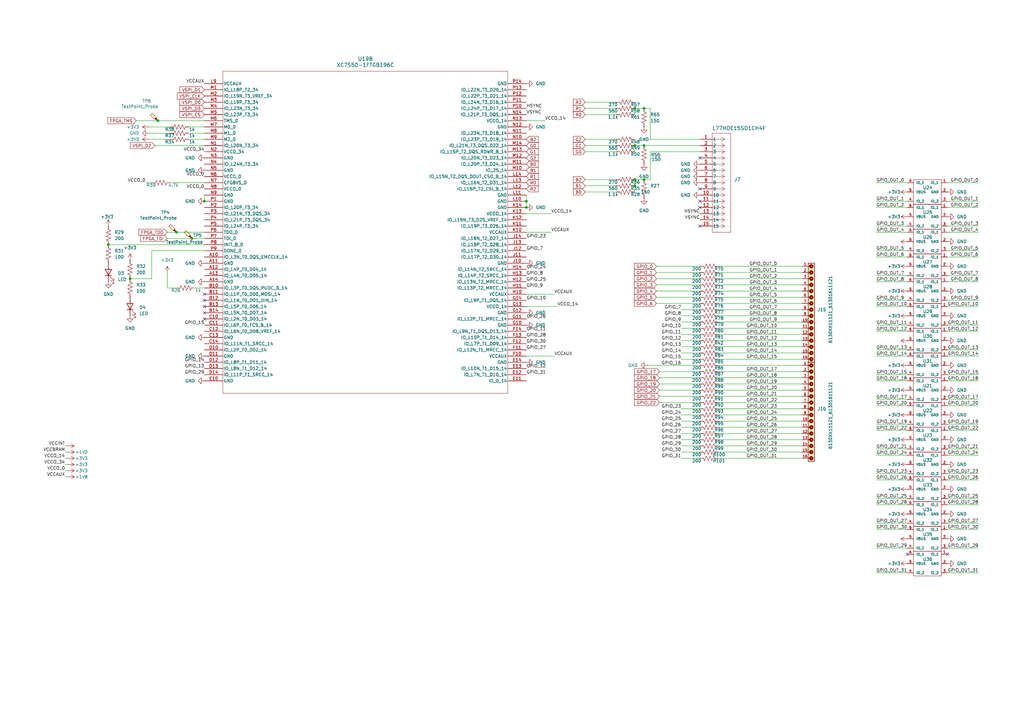
<source format=kicad_sch>
(kicad_sch (version 20250114) (generator "eeschema") (generator_version "9.0")
  (paper "A3")
  (junction (at 215.9 85.09))
  (junction (at 44.45 100.33))
  (junction (at 260.35 73.66))
  (junction (at 72.39 95.25))
  (junction (at 64.77 49.53))
  (junction (at 260.35 44.45))
  (junction (at 215.9 82.55))
  (junction (at 53.34 114.3))
  (junction (at 260.35 59.69))
  (junction (at 78.74 97.79))
  (junction (at 264.16 59.69))
  (junction (at 260.35 76.2))
  (junction (at 264.16 73.66))
  (junction (at 264.16 44.45))
  (junction (at 83.82 82.55))
  (no_connect (at 83.82 120.65))
  (no_connect (at 83.82 130.81))
  (no_connect (at 287.02 77.47))
  (no_connect (at 287.02 64.77))
  (no_connect (at 287.02 85.09))
  (no_connect (at 287.02 82.55))
  (no_connect (at 372.11 227.33))
  (no_connect (at 83.82 123.19))
  (no_connect (at 287.02 92.71))
  (no_connect (at 83.82 125.73))
  (no_connect (at 388.62 227.33))
  (no_connect (at 83.82 128.27))
  (wire (pts (xy 240.03 73.66) (xy 252.73 73.66)))
  (wire (pts (xy 372.11 217.17) (xy 359.41 217.17)))
  (wire (pts (xy 388.62 143.51) (xy 401.32 143.51)))
  (wire (pts (xy 294.64 154.94) (xy 328.93 154.94)))
  (wire (pts (xy 388.62 92.71) (xy 401.32 92.71)))
  (wire (pts (xy 62.23 114.3) (xy 62.23 102.87)))
  (wire (pts (xy 83.82 57.15) (xy 77.47 57.15)))
  (wire (pts (xy 78.74 97.79) (xy 83.82 97.79)))
  (wire (pts (xy 372.11 146.05) (xy 359.41 146.05)))
  (wire (pts (xy 294.64 119.38) (xy 328.93 119.38)))
  (wire (pts (xy 83.82 54.61) (xy 77.47 54.61)))
  (wire (pts (xy 240.03 62.23) (xy 252.73 62.23)))
  (wire (pts (xy 388.62 214.63) (xy 401.32 214.63)))
  (wire (pts (xy 260.35 73.66) (xy 260.35 76.2)))
  (wire (pts (xy 372.11 166.37) (xy 359.41 166.37)))
  (wire (pts (xy 260.35 59.69) (xy 260.35 62.23)))
  (wire (pts (xy 294.64 114.3) (xy 328.93 114.3)))
  (wire (pts (xy 68.58 95.25) (xy 72.39 95.25)))
  (wire (pts (xy 260.35 59.69) (xy 264.16 59.69)))
  (wire (pts (xy 372.11 85.09) (xy 359.41 85.09)))
  (wire (pts (xy 260.35 73.66) (xy 264.16 73.66)))
  (wire (pts (xy 279.4 180.34) (xy 287.02 180.34)))
  (wire (pts (xy 388.62 125.73) (xy 401.32 125.73)))
  (wire (pts (xy 279.4 187.96) (xy 287.02 187.96)))
  (wire (pts (xy 372.11 113.03) (xy 359.41 113.03)))
  (wire (pts (xy 294.64 175.26) (xy 328.93 175.26)))
  (wire (pts (xy 62.23 102.87) (xy 83.82 102.87)))
  (wire (pts (xy 260.35 57.15) (xy 260.35 59.69)))
  (wire (pts (xy 388.62 105.41) (xy 401.32 105.41)))
  (wire (pts (xy 388.62 115.57) (xy 401.32 115.57)))
  (wire (pts (xy 69.85 74.93) (xy 83.82 74.93)))
  (wire (pts (xy 279.4 139.7) (xy 287.02 139.7)))
  (wire (pts (xy 223.52 49.53) (xy 215.9 49.53)))
  (wire (pts (xy 59.69 74.93) (xy 62.23 74.93)))
  (wire (pts (xy 388.62 146.05) (xy 401.32 146.05)))
  (wire (pts (xy 266.7 44.45) (xy 264.16 44.45)))
  (wire (pts (xy 372.11 92.71) (xy 359.41 92.71)))
  (wire (pts (xy 279.4 142.24) (xy 287.02 142.24)))
  (wire (pts (xy 388.62 184.15) (xy 401.32 184.15)))
  (wire (pts (xy 372.11 74.93) (xy 359.41 74.93)))
  (wire (pts (xy 372.11 207.01) (xy 359.41 207.01)))
  (wire (pts (xy 264.16 59.69) (xy 287.02 59.69)))
  (wire (pts (xy 226.06 95.25) (xy 215.9 95.25)))
  (wire (pts (xy 372.11 123.19) (xy 359.41 123.19)))
  (wire (pts (xy 240.03 44.45) (xy 252.73 44.45)))
  (wire (pts (xy 294.64 152.4) (xy 328.93 152.4)))
  (wire (pts (xy 372.11 102.87) (xy 359.41 102.87)))
  (wire (pts (xy 26.67 187.96) (xy 27.94 187.96)))
  (wire (pts (xy 270.51 154.94) (xy 287.02 154.94)))
  (wire (pts (xy 270.51 160.02) (xy 287.02 160.02)))
  (wire (pts (xy 372.11 186.69) (xy 359.41 186.69)))
  (wire (pts (xy 294.64 177.8) (xy 328.93 177.8)))
  (wire (pts (xy 388.62 176.53) (xy 401.32 176.53)))
  (wire (pts (xy 215.9 80.01) (xy 215.9 82.55)))
  (wire (pts (xy 388.62 133.35) (xy 401.32 133.35)))
  (wire (pts (xy 55.88 49.53) (xy 64.77 49.53)))
  (wire (pts (xy 388.62 186.69) (xy 401.32 186.69)))
  (wire (pts (xy 372.11 156.21) (xy 359.41 156.21)))
  (wire (pts (xy 240.03 78.74) (xy 252.73 78.74)))
  (wire (pts (xy 269.24 119.38) (xy 287.02 119.38)))
  (wire (pts (xy 68.58 111.76) (xy 68.58 118.11)))
  (wire (pts (xy 388.62 194.31) (xy 401.32 194.31)))
  (wire (pts (xy 270.51 162.56) (xy 287.02 162.56)))
  (wire (pts (xy 294.64 116.84) (xy 328.93 116.84)))
  (wire (pts (xy 294.64 134.62) (xy 328.93 134.62)))
  (wire (pts (xy 270.51 157.48) (xy 287.02 157.48)))
  (wire (pts (xy 227.33 146.05) (xy 215.9 146.05)))
  (wire (pts (xy 63.5 59.69) (xy 83.82 59.69)))
  (wire (pts (xy 279.4 144.78) (xy 287.02 144.78)))
  (wire (pts (xy 294.64 185.42) (xy 328.93 185.42)))
  (wire (pts (xy 269.24 109.22) (xy 287.02 109.22)))
  (wire (pts (xy 270.51 165.1) (xy 287.02 165.1)))
  (wire (pts (xy 83.82 80.01) (xy 83.82 82.55)))
  (wire (pts (xy 294.64 142.24) (xy 328.93 142.24)))
  (wire (pts (xy 294.64 127) (xy 328.93 127)))
  (wire (pts (xy 294.64 170.18) (xy 328.93 170.18)))
  (wire (pts (xy 287.02 57.15) (xy 266.7 57.15)))
  (wire (pts (xy 270.51 152.4) (xy 287.02 152.4)))
  (wire (pts (xy 294.64 187.96) (xy 328.93 187.96)))
  (wire (pts (xy 294.64 124.46) (xy 328.93 124.46)))
  (wire (pts (xy 372.11 95.25) (xy 359.41 95.25)))
  (wire (pts (xy 69.85 54.61) (xy 60.96 54.61)))
  (wire (pts (xy 269.24 124.46) (xy 287.02 124.46)))
  (wire (pts (xy 388.62 234.95) (xy 401.32 234.95)))
  (wire (pts (xy 279.4 185.42) (xy 287.02 185.42)))
  (wire (pts (xy 294.64 149.86) (xy 328.93 149.86)))
  (wire (pts (xy 80.01 118.11) (xy 83.82 118.11)))
  (wire (pts (xy 269.24 121.92) (xy 287.02 121.92)))
  (wire (pts (xy 279.4 129.54) (xy 287.02 129.54)))
  (wire (pts (xy 388.62 135.89) (xy 401.32 135.89)))
  (wire (pts (xy 26.67 182.88) (xy 27.94 182.88)))
  (wire (pts (xy 294.64 109.22) (xy 328.93 109.22)))
  (wire (pts (xy 294.64 129.54) (xy 328.93 129.54)))
  (wire (pts (xy 260.35 41.91) (xy 260.35 44.45)))
  (wire (pts (xy 388.62 196.85) (xy 401.32 196.85)))
  (wire (pts (xy 269.24 114.3) (xy 287.02 114.3)))
  (wire (pts (xy 372.11 135.89) (xy 359.41 135.89)))
  (wire (pts (xy 372.11 224.79) (xy 359.41 224.79)))
  (wire (pts (xy 372.11 234.95) (xy 359.41 234.95)))
  (wire (pts (xy 26.67 190.5) (xy 27.94 190.5)))
  (wire (pts (xy 372.11 214.63) (xy 359.41 214.63)))
  (wire (pts (xy 26.67 193.04) (xy 27.94 193.04)))
  (wire (pts (xy 388.62 166.37) (xy 401.32 166.37)))
  (wire (pts (xy 372.11 163.83) (xy 359.41 163.83)))
  (wire (pts (xy 294.64 144.78) (xy 328.93 144.78)))
  (wire (pts (xy 388.62 82.55) (xy 401.32 82.55)))
  (wire (pts (xy 372.11 143.51) (xy 359.41 143.51)))
  (wire (pts (xy 83.82 52.07) (xy 77.47 52.07)))
  (wire (pts (xy 260.35 76.2) (xy 260.35 78.74)))
  (wire (pts (xy 294.64 162.56) (xy 328.93 162.56)))
  (wire (pts (xy 294.64 147.32) (xy 328.93 147.32)))
  (wire (pts (xy 226.06 87.63) (xy 215.9 87.63)))
  (wire (pts (xy 240.03 57.15) (xy 252.73 57.15)))
  (wire (pts (xy 279.4 127) (xy 287.02 127)))
  (wire (pts (xy 388.62 224.79) (xy 401.32 224.79)))
  (wire (pts (xy 388.62 173.99) (xy 401.32 173.99)))
  (wire (pts (xy 294.64 167.64) (xy 328.93 167.64)))
  (wire (pts (xy 294.64 160.02) (xy 328.93 160.02)))
  (wire (pts (xy 72.39 95.25) (xy 83.82 95.25)))
  (wire (pts (xy 372.11 204.47) (xy 359.41 204.47)))
  (wire (pts (xy 266.7 62.23) (xy 287.02 62.23)))
  (wire (pts (xy 388.62 153.67) (xy 401.32 153.67)))
  (wire (pts (xy 388.62 156.21) (xy 401.32 156.21)))
  (wire (pts (xy 388.62 95.25) (xy 401.32 95.25)))
  (wire (pts (xy 64.77 49.53) (xy 83.82 49.53)))
  (wire (pts (xy 388.62 74.93) (xy 401.32 74.93)))
  (wire (pts (xy 372.11 173.99) (xy 359.41 173.99)))
  (wire (pts (xy 279.4 177.8) (xy 287.02 177.8)))
  (wire (pts (xy 294.64 137.16) (xy 328.93 137.16)))
  (wire (pts (xy 240.03 41.91) (xy 252.73 41.91)))
  (wire (pts (xy 388.62 85.09) (xy 401.32 85.09)))
  (wire (pts (xy 388.62 102.87) (xy 401.32 102.87)))
  (wire (pts (xy 388.62 207.01) (xy 401.32 207.01)))
  (wire (pts (xy 294.64 180.34) (xy 328.93 180.34)))
  (wire (pts (xy 372.11 105.41) (xy 359.41 105.41)))
  (wire (pts (xy 26.67 195.58) (xy 27.94 195.58)))
  (wire (pts (xy 269.24 111.76) (xy 287.02 111.76)))
  (wire (pts (xy 388.62 163.83) (xy 401.32 163.83)))
  (wire (pts (xy 294.64 157.48) (xy 328.93 157.48)))
  (wire (pts (xy 388.62 113.03) (xy 401.32 113.03)))
  (wire (pts (xy 372.11 176.53) (xy 359.41 176.53)))
  (wire (pts (xy 279.4 175.26) (xy 287.02 175.26)))
  (wire (pts (xy 294.64 139.7) (xy 328.93 139.7)))
  (wire (pts (xy 269.24 116.84) (xy 287.02 116.84)))
  (wire (pts (xy 372.11 125.73) (xy 359.41 125.73)))
  (wire (pts (xy 388.62 123.19) (xy 401.32 123.19)))
  (wire (pts (xy 279.4 172.72) (xy 287.02 172.72)))
  (wire (pts (xy 279.4 134.62) (xy 287.02 134.62)))
  (wire (pts (xy 372.11 82.55) (xy 359.41 82.55)))
  (wire (pts (xy 372.11 184.15) (xy 359.41 184.15)))
  (wire (pts (xy 372.11 153.67) (xy 359.41 153.67)))
  (wire (pts (xy 68.58 97.79) (xy 78.74 97.79)))
  (wire (pts (xy 26.67 185.42) (xy 27.94 185.42)))
  (wire (pts (xy 294.64 172.72) (xy 328.93 172.72)))
  (wire (pts (xy 294.64 132.08) (xy 328.93 132.08)))
  (wire (pts (xy 279.4 170.18) (xy 287.02 170.18)))
  (wire (pts (xy 266.7 57.15) (xy 266.7 44.45)))
  (wire (pts (xy 260.35 44.45) (xy 260.35 46.99)))
  (wire (pts (xy 44.45 100.33) (xy 83.82 100.33)))
  (wire (pts (xy 372.11 133.35) (xy 359.41 133.35)))
  (wire (pts (xy 265.43 149.86) (xy 287.02 149.86)))
  (wire (pts (xy 69.85 52.07) (xy 60.96 52.07)))
  (wire (pts (xy 215.9 82.55) (xy 215.9 85.09)))
  (wire (pts (xy 266.7 62.23) (xy 266.7 73.66)))
  (wire (pts (xy 240.03 46.99) (xy 252.73 46.99)))
  (wire (pts (xy 294.64 165.1) (xy 328.93 165.1)))
  (wire (pts (xy 260.35 44.45) (xy 264.16 44.45)))
  (wire (pts (xy 227.33 120.65) (xy 215.9 120.65)))
  (wire (pts (xy 279.4 182.88) (xy 287.02 182.88)))
  (wire (pts (xy 240.03 59.69) (xy 252.73 59.69)))
  (wire (pts (xy 69.85 57.15) (xy 60.96 57.15)))
  (wire (pts (xy 279.4 137.16) (xy 287.02 137.16)))
  (wire (pts (xy 372.11 194.31) (xy 359.41 194.31)))
  (wire (pts (xy 228.6 125.73) (xy 215.9 125.73)))
  (wire (pts (xy 72.39 118.11) (xy 68.58 118.11)))
  (wire (pts (xy 240.03 76.2) (xy 252.73 76.2)))
  (wire (pts (xy 294.64 111.76) (xy 328.93 111.76)))
  (wire (pts (xy 388.62 204.47) (xy 401.32 204.47)))
  (wire (pts (xy 279.4 167.64) (xy 287.02 167.64)))
  (wire (pts (xy 372.11 115.57) (xy 359.41 115.57)))
  (wire (pts (xy 294.64 121.92) (xy 328.93 121.92)))
  (wire (pts (xy 294.64 182.88) (xy 328.93 182.88)))
  (wire (pts (xy 266.7 73.66) (xy 264.16 73.66)))
  (wire (pts (xy 372.11 196.85) (xy 359.41 196.85)))
  (wire (pts (xy 279.4 132.08) (xy 287.02 132.08)))
  (wire (pts (xy 279.4 147.32) (xy 287.02 147.32)))
  (wire (pts (xy 388.62 217.17) (xy 401.32 217.17)))
  (wire (pts (xy 53.34 114.3) (xy 62.23 114.3)))
  (label "VCCO_0" (at 83.82 77.47 180))
  (label "GPIO_29" (at 83.82 153.67 180))
  (label "VCCO_14" (at 226.06 87.63 0))
  (label "GPIO_26" (at 215.9 130.81 0))
  (label "GPIO_OUT_14" (at 318.77 144.78 180))
  (label "GPIO_OUT_8" (at 318.77 129.54 180))
  (label "GPIO_27" (at 215.9 143.51 0))
  (label "GPIO_OUT_19" (at 401.32 173.99 180))
  (label "GPIO_OUT_25" (at 401.32 204.47 180))
  (label "GPIO_OUT_9" (at 359.41 123.19 0))
  (label "VCCAUX" (at 227.33 146.05 0))
  (label "GPIO_OUT_7" (at 318.77 127 180))
  (label "GPIO_29" (at 279.4 182.88 180))
  (label "GPIO_24" (at 215.9 110.49 0))
  (label "GPIO_OUT_24" (at 401.32 186.69 180))
  (label "GPIO_OUT_25" (at 318.77 172.72 180))
  (label "GPIO_OUT_7" (at 401.32 113.03 180))
  (label "VCCO_34" (at 83.82 62.23 180))
  (label "GPIO_OUT_28" (at 359.41 207.01 0))
  (label "GPIO_9" (at 215.9 118.11 0))
  (label "HSYNC" (at 215.9 44.45 0))
  (label "GPIO_OUT_8" (at 401.32 115.57 180))
  (label "VCCO_0" (at 26.67 193.04 180))
  (label "GPIO_OUT_31" (at 359.41 234.95 0))
  (label "GPIO_OUT_27" (at 401.32 214.63 180))
  (label "GPIO_13" (at 279.4 142.24 180))
  (label "GPIO_OUT_3" (at 359.41 92.71 0))
  (label "GPIO_9" (at 279.4 132.08 180))
  (label "GPIO_OUT_14" (at 401.32 146.05 180))
  (label "GPIO_OUT_27" (at 359.41 214.63 0))
  (label "VCCAUX" (at 83.82 34.29 180))
  (label "GPIO_OUT_30" (at 401.32 217.17 180))
  (label "GPIO_OUT_21" (at 318.77 162.56 180))
  (label "VCCO_14" (at 228.6 125.73 0))
  (label "GPIO_8" (at 215.9 113.03 0))
  (label "GPIO_OUT_29" (at 401.32 224.79 180))
  (label "VCCO_0" (at 83.82 72.39 180))
  (label "GPIO_OUT_0" (at 318.77 109.22 180))
  (label "GPIO_OUT_25" (at 359.41 204.47 0))
  (label "GPIO_OUT_5" (at 401.32 102.87 180))
  (label "GPIO_OUT_1" (at 318.77 111.76 180))
  (label "GPIO_OUT_12" (at 318.77 139.7 180))
  (label "GPIO_OUT_2" (at 318.77 114.3 180))
  (label "GPIO_OUT_12" (at 401.32 135.89 180))
  (label "HSYNC" (at 287.02 87.63 180))
  (label "GPIO_OUT_22" (at 318.77 165.1 180))
  (label "GPIO_OUT_20" (at 318.77 160.02 180))
  (label "GPIO_OUT_26" (at 318.77 175.26 180))
  (label "VCCO_14" (at 223.52 49.53 0))
  (label "GPIO_28" (at 279.4 180.34 180))
  (label "GPIO_OUT_6" (at 359.41 105.41 0))
  (label "GPIO_OUT_24" (at 318.77 170.18 180))
  (label "GPIO_OUT_21" (at 359.41 184.15 0))
  (label "GPIO_OUT_3" (at 318.77 116.84 180))
  (label "GPIO_OUT_5" (at 359.41 102.87 0))
  (label "GPIO_23" (at 215.9 97.79 0))
  (label "GPIO_OUT_28" (at 401.32 207.01 180))
  (label "GPIO_OUT_6" (at 401.32 105.41 180))
  (label "GPIO_11" (at 215.9 135.89 0))
  (label "GPIO_OUT_19" (at 318.77 157.48 180))
  (label "GPIO_OUT_31" (at 318.77 187.96 180))
  (label "GPIO_OUT_3" (at 401.32 92.71 180))
  (label "GPIO_OUT_13" (at 359.41 143.51 0))
  (label "GPIO_OUT_30" (at 359.41 217.17 0))
  (label "GPIO_11" (at 279.4 137.16 180))
  (label "GPIO_OUT_19" (at 359.41 173.99 0))
  (label "VCCO_0" (at 59.69 74.93 180))
  (label "GPIO_OUT_17" (at 401.32 163.83 180))
  (label "VCCBRAM" (at 26.67 185.42 180))
  (label "GPIO_OUT_5" (at 318.77 121.92 180))
  (label "GPIO_OUT_2" (at 401.32 85.09 180))
  (label "GPIO_OUT_18" (at 359.41 156.21 0))
  (label "GPIO_24" (at 279.4 170.18 180))
  (label "GPIO_OUT_4" (at 359.41 95.25 0))
  (label "GPIO_7" (at 279.4 127 180))
  (label "GPIO_OUT_27" (at 318.77 177.8 180))
  (label "VCCAUX" (at 227.33 120.65 0))
  (label "GPIO_27" (at 279.4 177.8 180))
  (label "VSYNC" (at 287.02 90.17 180))
  (label "GPIO_OUT_11" (at 318.77 137.16 180))
  (label "GPIO_31" (at 215.9 153.67 0))
  (label "GPIO_14" (at 83.82 148.59 180))
  (label "GPIO_OUT_8" (at 359.41 115.57 0))
  (label "GPIO_OUT_0" (at 359.41 74.93 0))
  (label "GPIO_15" (at 279.4 147.32 180))
  (label "GPIO_OUT_20" (at 401.32 166.37 180))
  (label "GPIO_OUT_1" (at 359.41 82.55 0))
  (label "GPIO_13" (at 83.82 151.13 180))
  (label "GPIO_31" (at 279.4 187.96 180))
  (label "GPIO_OUT_17" (at 359.41 163.83 0))
  (label "GPIO_16" (at 279.4 149.86 180))
  (label "GPIO_OUT_22" (at 359.41 176.53 0))
  (label "GPIO_25" (at 215.9 115.57 0))
  (label "GPIO_OUT_26" (at 359.41 196.85 0))
  (label "GPIO_OUT_13" (at 318.77 142.24 180))
  (label "GPIO_OUT_26" (at 401.32 196.85 180))
  (label "GPIO_OUT_30" (at 318.77 185.42 180))
  (label "GPIO_OUT_22" (at 401.32 176.53 180))
  (label "GPIO_OUT_18" (at 401.32 156.21 180))
  (label "GPIO_OUT_21" (at 401.32 184.15 180))
  (label "GPIO_OUT_29" (at 359.41 224.79 0))
  (label "GPIO_OUT_15" (at 318.77 147.32 180))
  (label "GPIO_10" (at 215.9 123.19 0))
  (label "GPIO_OUT_23" (at 318.77 167.64 180))
  (label "GPIO_OUT_15" (at 359.41 153.67 0))
  (label "GPIO_OUT_10" (at 401.32 125.73 180))
  (label "VCCINT" (at 26.67 182.88 180))
  (label "GPIO_OUT_1" (at 401.32 82.55 180))
  (label "VCCAUX" (at 226.06 95.25 0))
  (label "GPIO_OUT_28" (at 318.77 180.34 180))
  (label "GPIO_OUT_11" (at 359.41 133.35 0))
  (label "GPIO_25" (at 279.4 172.72 180))
  (label "GPIO_OUT_18" (at 318.77 154.94 180))
  (label "GPIO_OUT_23" (at 401.32 194.31 180))
  (label "GPIO_OUT_2" (at 359.41 85.09 0))
  (label "GPIO_OUT_4" (at 401.32 95.25 180))
  (label "GPIO_12" (at 215.9 151.13 0))
  (label "GPIO_OUT_17" (at 318.77 152.4 180))
  (label "GPIO_OUT_4" (at 318.77 119.38 180))
  (label "VCCAUX" (at 26.67 195.58 180))
  (label "GPIO_OUT_11" (at 401.32 133.35 180))
  (label "GPIO_30" (at 215.9 140.97 0))
  (label "GPIO_OUT_29" (at 318.77 182.88 180))
  (label "GPIO_OUT_12" (at 359.41 135.89 0))
  (label "VCCO_14" (at 26.67 187.96 180))
  (label "GPIO_7" (at 215.9 102.87 0))
  (label "GPIO_OUT_7" (at 359.41 113.03 0))
  (label "GPIO_OUT_31" (at 401.32 234.95 180))
  (label "GPIO_14" (at 279.4 144.78 180))
  (label "GPIO_OUT_9" (at 318.77 132.08 180))
  (label "GPIO_OUT_13" (at 401.32 143.51 180))
  (label "GPIO_OUT_20" (at 359.41 166.37 0))
  (label "GPIO_OUT_0" (at 401.32 74.93 180))
  (label "GPIO_OUT_24" (at 359.41 186.69 0))
  (label "GPIO_OUT_14" (at 359.41 146.05 0))
  (label "GPIO_15" (at 83.82 133.35 180))
  (label "VCCO_34" (at 26.67 190.5 180))
  (label "GPIO_28" (at 215.9 138.43 0))
  (label "GPIO_OUT_10" (at 318.77 134.62 180))
  (label "GPIO_26" (at 279.4 175.26 180))
  (label "GPIO_OUT_15" (at 401.32 153.67 180))
  (label "GPIO_30" (at 279.4 185.42 180))
  (label "GPIO_10" (at 279.4 134.62 180))
  (label "GPIO_8" (at 279.4 129.54 180))
  (label "GPIO_OUT_10" (at 359.41 125.73 0))
  (label "GPIO_12" (at 279.4 139.7 180))
  (label "GPIO_OUT_9" (at 401.32 123.19 180))
  (label "VSYNC" (at 215.9 46.99 0))
  (label "GPIO_OUT_6" (at 318.77 124.46 180))
  (label "GPIO_OUT_23" (at 359.41 194.31 0))
  (label "GPIO_23" (at 279.4 167.64 180))
  (global_label "G1" (shape input) (at 240.03 59.69 180) (property "Intersheetrefs" "${INTERSHEET_REFS}" (effects (hide yes))))
  (global_label "R0" (shape input) (at 215.9 74.93 0) (property "Intersheetrefs" "${INTERSHEET_REFS}" (effects (hide yes))))
  (global_label "GPIO_22" (shape input) (at 270.51 165.1 180) (property "Intersheetrefs" "${INTERSHEET_REFS}" (effects (hide yes))))
  (global_label "VSPI_D2" (shape input) (at 63.5 59.69 180) (property "Intersheetrefs" "${INTERSHEET_REFS}" (effects (hide yes))))
  (global_label "GPIO_1" (shape input) (at 269.24 111.76 180) (property "Intersheetrefs" "${INTERSHEET_REFS}" (effects (hide yes))))
  (global_label "R0" (shape input) (at 240.03 46.99 180) (property "Intersheetrefs" "${INTERSHEET_REFS}" (effects (hide yes))))
  (global_label "VSPI_CS" (shape input) (at 83.82 46.99 180) (property "Intersheetrefs" "${INTERSHEET_REFS}" (effects (hide yes))))
  (global_label "GPIO_6" (shape input) (at 269.24 124.46 180) (property "Intersheetrefs" "${INTERSHEET_REFS}" (effects (hide yes))))
  (global_label "GPIO_18" (shape input) (at 270.51 154.94 180) (property "Intersheetrefs" "${INTERSHEET_REFS}" (effects (hide yes))))
  (global_label "GPIO_17" (shape input) (at 270.51 152.4 180) (property "Intersheetrefs" "${INTERSHEET_REFS}" (effects (hide yes))))
  (global_label "G2" (shape input) (at 240.03 57.15 180) (property "Intersheetrefs" "${INTERSHEET_REFS}" (effects (hide yes))))
  (global_label "FPGA_TDO" (shape input) (at 68.58 95.25 180) (property "Intersheetrefs" "${INTERSHEET_REFS}" (effects (hide yes))))
  (global_label "FPGA_TMS" (shape input) (at 55.88 49.53 180) (property "Intersheetrefs" "${INTERSHEET_REFS}" (effects (hide yes))))
  (global_label "B2" (shape input) (at 215.9 57.15 0) (property "Intersheetrefs" "${INTERSHEET_REFS}" (effects (hide yes))))
  (global_label "VSPI_D3" (shape input) (at 83.82 44.45 180) (property "Intersheetrefs" "${INTERSHEET_REFS}" (effects (hide yes))))
  (global_label "GPIO_5" (shape input) (at 269.24 121.92 180) (property "Intersheetrefs" "${INTERSHEET_REFS}" (effects (hide yes))))
  (global_label "GPIO_2" (shape input) (at 269.24 114.3 180) (property "Intersheetrefs" "${INTERSHEET_REFS}" (effects (hide yes))))
  (global_label "GPIO_4" (shape input) (at 269.24 119.38 180) (property "Intersheetrefs" "${INTERSHEET_REFS}" (effects (hide yes))))
  (global_label "R2" (shape input) (at 240.03 41.91 180) (property "Intersheetrefs" "${INTERSHEET_REFS}" (effects (hide yes))))
  (global_label "G0" (shape input) (at 240.03 62.23 180) (property "Intersheetrefs" "${INTERSHEET_REFS}" (effects (hide yes))))
  (global_label "GPIO_3" (shape input) (at 269.24 116.84 180) (property "Intersheetrefs" "${INTERSHEET_REFS}" (effects (hide yes))))
  (global_label "G2" (shape input) (at 215.9 64.77 0) (property "Intersheetrefs" "${INTERSHEET_REFS}" (effects (hide yes))))
  (global_label "B1" (shape input) (at 215.9 69.85 0) (property "Intersheetrefs" "${INTERSHEET_REFS}" (effects (hide yes))))
  (global_label "R1" (shape input) (at 240.03 44.45 180) (property "Intersheetrefs" "${INTERSHEET_REFS}" (effects (hide yes))))
  (global_label "R2" (shape input) (at 215.9 77.47 0) (property "Intersheetrefs" "${INTERSHEET_REFS}" (effects (hide yes))))
  (global_label "GPIO_19" (shape input) (at 270.51 157.48 180) (property "Intersheetrefs" "${INTERSHEET_REFS}" (effects (hide yes))))
  (global_label "GPIO_20" (shape input) (at 270.51 160.02 180) (property "Intersheetrefs" "${INTERSHEET_REFS}" (effects (hide yes))))
  (global_label "G0" (shape input) (at 215.9 59.69 0) (property "Intersheetrefs" "${INTERSHEET_REFS}" (effects (hide yes))))
  (global_label "FPGA_TDI" (shape input) (at 68.58 97.79 180) (property "Intersheetrefs" "${INTERSHEET_REFS}" (effects (hide yes))))
  (global_label "B0" (shape input) (at 240.03 78.74 180) (property "Intersheetrefs" "${INTERSHEET_REFS}" (effects (hide yes))))
  (global_label "B2" (shape input) (at 240.03 73.66 180) (property "Intersheetrefs" "${INTERSHEET_REFS}" (effects (hide yes))))
  (global_label "VSPI_D1" (shape input) (at 83.82 36.83 180) (property "Intersheetrefs" "${INTERSHEET_REFS}" (effects (hide yes))))
  (global_label "GPIO_0" (shape input) (at 269.24 109.22 180) (property "Intersheetrefs" "${INTERSHEET_REFS}" (effects (hide yes))))
  (global_label "B1" (shape input) (at 240.03 76.2 180) (property "Intersheetrefs" "${INTERSHEET_REFS}" (effects (hide yes))))
  (global_label "VSPI_CLK" (shape input) (at 83.82 39.37 180) (property "Intersheetrefs" "${INTERSHEET_REFS}" (effects (hide yes))))
  (global_label "B0" (shape input) (at 215.9 67.31 0) (property "Intersheetrefs" "${INTERSHEET_REFS}" (effects (hide yes))))
  (global_label "R1" (shape input) (at 215.9 72.39 0) (property "Intersheetrefs" "${INTERSHEET_REFS}" (effects (hide yes))))
  (global_label "GPIO_21" (shape input) (at 270.51 162.56 180) (property "Intersheetrefs" "${INTERSHEET_REFS}" (effects (hide yes))))
  (global_label "G1" (shape input) (at 215.9 62.23 0) (property "Intersheetrefs" "${INTERSHEET_REFS}" (effects (hide yes))))
  (global_label "VSPI_D0" (shape input) (at 83.82 41.91 180) (property "Intersheetrefs" "${INTERSHEET_REFS}" (effects (hide yes))))
  (symbol (lib_id "Test:USBLC6-2SC6") (at 386.08 93.98 0) (mirror y) (unit 1)
    (property "Reference" "U26" (at 380.492 97.282 0))
    (property "Value" "USBLC6-2SC6" (effects (hide yes)))
    (property "Footprint" "USB_HUB:SOT95P280X145-6N" (effects (hide yes)))
    (property "Description" "17V Clamp 5A (8/20µs) Ipp Tvs Diode Surface Mount SOT-23-6" (effects (hide yes)))
    (property "DigiKey_Part_Number" "497-5235-1-ND" (effects (hide yes)))
    (property "MF" "STMicroelectronics" (effects (hide yes)))
    (property "PURCHASE-URL" "https://pricing.snapeda.com/search/part/USBLC6-2SC6/?ref=eda" (effects (hide yes)))
    (property "PACKAGE" "SOT-23-6 STMicroelectronics" (effects (hide yes)))
    (property "PRICE" "None" (effects (hide yes)))
    (property "Package" "SOT-23-6 STMicroelectronics" (effects (hide yes)))
    (property "Check_prices" "https://www.snapeda.com/parts/USBLC6-2SC6/STMicroelectronics/view-part/?ref=eda" (effects (hide yes)))
    (property "SnapEDA_Link" "https://www.snapeda.com/parts/USBLC6-2SC6/STMicroelectronics/view-part/?ref=snap" (effects (hide yes)))
    (property "MP" "USBLC6-2SC6" (effects (hide yes)))
    (property "Description_1" "17V Clamp 5A (8/20µs) Ipp Tvs Diode Surface Mount SOT-23-6" (effects (hide yes)))
    (property "AVAILABILITY" "In Stock" (effects (hide yes)))
  )
  (symbol (lib_id "power:+1V8") (at 27.94 195.58 270) (unit 1)
    (property "Reference" "#PWR0188" (effects (hide yes)))
    (property "Value" "+1V8" (at 30.734 195.58 90) (effects (justify left)))
    (property "Description" "Power symbol creates a global label with name \"+1V8\"" (effects (hide yes)))
  )
  (symbol (lib_id "Device:R_US") (at 290.83 134.62 90) (mirror x) (unit 1)
    (property "Reference" "R80" (at 294.894 135.636 90))
    (property "Value" "200" (at 285.75 135.636 90))
    (property "Footprint" "Resistor_SMD:R_0402_1005Metric" (effects (hide yes)))
    (property "Description" "Resistor, US symbol" (effects (hide yes)))
  )
  (symbol (lib_id "power:GND") (at 215.9 107.95 90) (unit 1)
    (property "Reference" "#PWR0205" (effects (hide yes)))
    (property "Value" "GND" (at 219.71 107.9499 90) (effects (justify right)))
    (property "Description" "Power symbol creates a global label with name \"GND\" , ground" (effects (hide yes)))
  )
  (symbol (lib_id "Device:R_US") (at 76.2 118.11 270) (unit 1)
    (property "Reference" "R26" (at 72.136 119.126 90))
    (property "Value" "1k" (at 81.28 119.126 90))
    (property "Footprint" "Resistor_SMD:R_0402_1005Metric" (effects (hide yes)))
    (property "Description" "Resistor, US symbol" (effects (hide yes)))
  )
  (symbol (lib_id "Device:R_US") (at 290.83 170.18 90) (mirror x) (unit 1)
    (property "Reference" "R94" (at 294.894 171.196 90))
    (property "Value" "200" (at 285.75 171.196 90))
    (property "Footprint" "Resistor_SMD:R_0402_1005Metric" (effects (hide yes)))
    (property "Description" "Resistor, US symbol" (effects (hide yes)))
  )
  (symbol (lib_id "power:GND") (at 215.9 52.07 90) (unit 1)
    (property "Reference" "#PWR0207" (effects (hide yes)))
    (property "Value" "GND" (at 219.71 52.0699 90) (effects (justify right)))
    (property "Description" "Power symbol creates a global label with name \"GND\" , ground" (effects (hide yes)))
  )
  (symbol (lib_id "power:+3V3") (at 372.11 109.22 90) (unit 1)
    (property "Reference" "#PWR054" (effects (hide yes)))
    (property "Value" "+3V3" (at 369.316 109.22 90) (effects (justify left)))
    (property "Description" "Power symbol creates a global label with name \"+3V3\"" (effects (hide yes)))
  )
  (symbol (lib_id "Device:R_US") (at 290.83 139.7 90) (mirror x) (unit 1)
    (property "Reference" "R42" (at 294.894 140.716 90))
    (property "Value" "200" (at 285.75 140.716 90))
    (property "Footprint" "Resistor_SMD:R_0402_1005Metric" (effects (hide yes)))
    (property "Description" "Resistor, US symbol" (effects (hide yes)))
  )
  (symbol (lib_id "Device:R_US") (at 256.54 46.99 90) (mirror x) (unit 1)
    (property "Reference" "R61" (at 260.604 48.006 90))
    (property "Value" "1.1k" (at 251.46 48.006 90))
    (property "Footprint" "Resistor_SMD:R_0402_1005Metric" (effects (hide yes)))
    (property "Description" "Resistor, US symbol" (effects (hide yes)))
  )
  (symbol (lib_id "power:GND") (at 388.62 180.34 90) (unit 1)
    (property "Reference" "#PWR0127" (effects (hide yes)))
    (property "Value" "GND" (at 392.43 180.3399 90) (effects (justify right)))
    (property "Description" "Power symbol creates a global label with name \"GND\" , ground" (effects (hide yes)))
  )
  (symbol (lib_id "Device:R_US") (at 290.83 109.22 90) (mirror x) (unit 1)
    (property "Reference" "R70" (at 294.894 110.236 90))
    (property "Value" "200" (at 285.75 110.236 90))
    (property "Footprint" "Resistor_SMD:R_0402_1005Metric" (effects (hide yes)))
    (property "Description" "Resistor, US symbol" (effects (hide yes)))
  )
  (symbol (lib_id "Test:USBLC6-2SC6") (at 386.08 215.9 0) (mirror y) (unit 1)
    (property "Reference" "U35" (at 380.492 219.202 0))
    (property "Value" "USBLC6-2SC6" (effects (hide yes)))
    (property "Footprint" "USB_HUB:SOT95P280X145-6N" (effects (hide yes)))
    (property "Description" "17V Clamp 5A (8/20µs) Ipp Tvs Diode Surface Mount SOT-23-6" (effects (hide yes)))
    (property "DigiKey_Part_Number" "497-5235-1-ND" (effects (hide yes)))
    (property "MF" "STMicroelectronics" (effects (hide yes)))
    (property "PURCHASE-URL" "https://pricing.snapeda.com/search/part/USBLC6-2SC6/?ref=eda" (effects (hide yes)))
    (property "PACKAGE" "SOT-23-6 STMicroelectronics" (effects (hide yes)))
    (property "PRICE" "None" (effects (hide yes)))
    (property "Package" "SOT-23-6 STMicroelectronics" (effects (hide yes)))
    (property "Check_prices" "https://www.snapeda.com/parts/USBLC6-2SC6/STMicroelectronics/view-part/?ref=eda" (effects (hide yes)))
    (property "SnapEDA_Link" "https://www.snapeda.com/parts/USBLC6-2SC6/STMicroelectronics/view-part/?ref=snap" (effects (hide yes)))
    (property "MP" "USBLC6-2SC6" (effects (hide yes)))
    (property "Description_1" "17V Clamp 5A (8/20µs) Ipp Tvs Diode Surface Mount SOT-23-6" (effects (hide yes)))
    (property "AVAILABILITY" "In Stock" (effects (hide yes)))
  )
  (symbol (lib_id "power:GND") (at 83.82 107.95 270) (unit 1)
    (property "Reference" "#PWR0197" (effects (hide yes)))
    (property "Value" "GND" (at 80.01 107.9499 90) (effects (justify right)))
    (property "Description" "Power symbol creates a global label with name \"GND\" , ground" (effects (hide yes)))
  )
  (symbol (lib_id "Test:USBLC6-2SC6") (at 386.08 205.74 0) (mirror y) (unit 1)
    (property "Reference" "U34" (at 380.492 209.042 0))
    (property "Value" "USBLC6-2SC6" (effects (hide yes)))
    (property "Footprint" "USB_HUB:SOT95P280X145-6N" (effects (hide yes)))
    (property "Description" "17V Clamp 5A (8/20µs) Ipp Tvs Diode Surface Mount SOT-23-6" (effects (hide yes)))
    (property "DigiKey_Part_Number" "497-5235-1-ND" (effects (hide yes)))
    (property "MF" "STMicroelectronics" (effects (hide yes)))
    (property "PURCHASE-URL" "https://pricing.snapeda.com/search/part/USBLC6-2SC6/?ref=eda" (effects (hide yes)))
    (property "PACKAGE" "SOT-23-6 STMicroelectronics" (effects (hide yes)))
    (property "PRICE" "None" (effects (hide yes)))
    (property "Package" "SOT-23-6 STMicroelectronics" (effects (hide yes)))
    (property "Check_prices" "https://www.snapeda.com/parts/USBLC6-2SC6/STMicroelectronics/view-part/?ref=eda" (effects (hide yes)))
    (property "SnapEDA_Link" "https://www.snapeda.com/parts/USBLC6-2SC6/STMicroelectronics/view-part/?ref=snap" (effects (hide yes)))
    (property "MP" "USBLC6-2SC6" (effects (hide yes)))
    (property "Description_1" "17V Clamp 5A (8/20µs) Ipp Tvs Diode Surface Mount SOT-23-6" (effects (hide yes)))
    (property "AVAILABILITY" "In Stock" (effects (hide yes)))
  )
  (symbol (lib_id "Connector:TestPoint_Probe") (at 72.39 95.25 0) (mirror y) (unit 1)
    (property "Reference" "TP4" (at 69.596 87.122 0) (effects (justify left)))
    (property "Value" "TestPoint_Probe" (at 72.644 89.408 0) (effects (justify left)))
    (property "Footprint" "TestPoint:TestPoint_Pad_D1.0mm" (effects (hide yes)))
    (property "Description" "test point (alternative probe-style design)" (effects (hide yes)))
  )
  (symbol (lib_id "Device:R_US") (at 256.54 78.74 90) (mirror x) (unit 1)
    (property "Reference" "R28" (at 260.604 79.756 90))
    (property "Value" "1.1k" (at 251.46 79.756 90))
    (property "Footprint" "Resistor_SMD:R_0402_1005Metric" (effects (hide yes)))
    (property "Description" "Resistor, US symbol" (effects (hide yes)))
  )
  (symbol (lib_id "power:GND") (at 264.16 67.31 0) (unit 1)
    (property "Reference" "#PWR028" (effects (hide yes)))
    (property "Value" "GND" (at 264.16 72.39 0))
    (property "Description" "Power symbol creates a global label with name \"GND\" , ground" (effects (hide yes)))
  )
  (symbol (lib_id "power:GND") (at 287.02 74.93 270) (unit 1)
    (property "Reference" "#PWR025" (effects (hide yes)))
    (property "Value" "GND" (at 283.21 74.9299 90) (effects (justify right)))
    (property "Description" "Power symbol creates a global label with name \"GND\" , ground" (effects (hide yes)))
  )
  (symbol (lib_id "power:GND") (at 264.16 81.28 0) (unit 1)
    (property "Reference" "#PWR027" (effects (hide yes)))
    (property "Value" "GND" (at 264.16 86.36 0))
    (property "Description" "Power symbol creates a global label with name \"GND\" , ground" (effects (hide yes)))
  )
  (symbol (lib_id "Test:USBLC6-2SC6") (at 386.08 104.14 0) (mirror y) (unit 1)
    (property "Reference" "U27" (at 380.492 107.442 0))
    (property "Value" "USBLC6-2SC6" (effects (hide yes)))
    (property "Footprint" "USB_HUB:SOT95P280X145-6N" (effects (hide yes)))
    (property "Description" "17V Clamp 5A (8/20µs) Ipp Tvs Diode Surface Mount SOT-23-6" (effects (hide yes)))
    (property "DigiKey_Part_Number" "497-5235-1-ND" (effects (hide yes)))
    (property "MF" "STMicroelectronics" (effects (hide yes)))
    (property "PURCHASE-URL" "https://pricing.snapeda.com/search/part/USBLC6-2SC6/?ref=eda" (effects (hide yes)))
    (property "PACKAGE" "SOT-23-6 STMicroelectronics" (effects (hide yes)))
    (property "PRICE" "None" (effects (hide yes)))
    (property "Package" "SOT-23-6 STMicroelectronics" (effects (hide yes)))
    (property "Check_prices" "https://www.snapeda.com/parts/USBLC6-2SC6/STMicroelectronics/view-part/?ref=eda" (effects (hide yes)))
    (property "SnapEDA_Link" "https://www.snapeda.com/parts/USBLC6-2SC6/STMicroelectronics/view-part/?ref=snap" (effects (hide yes)))
    (property "MP" "USBLC6-2SC6" (effects (hide yes)))
    (property "Description_1" "17V Clamp 5A (8/20µs) Ipp Tvs Diode Surface Mount SOT-23-6" (effects (hide yes)))
    (property "AVAILABILITY" "In Stock" (effects (hide yes)))
  )
  (symbol (lib_id "Device:R_US") (at 66.04 74.93 270) (unit 1)
    (property "Reference" "R39" (at 61.976 75.946 90))
    (property "Value" "4.7k" (at 71.12 75.946 90))
    (property "Footprint" "Resistor_SMD:R_0402_1005Metric" (effects (hide yes)))
    (property "Description" "Resistor, US symbol" (effects (hide yes)))
  )
  (symbol (lib_id "Test:USBLC6-2SC6") (at 386.08 154.94 0) (mirror y) (unit 1)
    (property "Reference" "U21" (at 380.492 158.242 0))
    (property "Value" "USBLC6-2SC6" (effects (hide yes)))
    (property "Footprint" "USB_HUB:SOT95P280X145-6N" (effects (hide yes)))
    (property "Description" "17V Clamp 5A (8/20µs) Ipp Tvs Diode Surface Mount SOT-23-6" (effects (hide yes)))
    (property "DigiKey_Part_Number" "497-5235-1-ND" (effects (hide yes)))
    (property "MF" "STMicroelectronics" (effects (hide yes)))
    (property "PURCHASE-URL" "https://pricing.snapeda.com/search/part/USBLC6-2SC6/?ref=eda" (effects (hide yes)))
    (property "PACKAGE" "SOT-23-6 STMicroelectronics" (effects (hide yes)))
    (property "PRICE" "None" (effects (hide yes)))
    (property "Package" "SOT-23-6 STMicroelectronics" (effects (hide yes)))
    (property "Check_prices" "https://www.snapeda.com/parts/USBLC6-2SC6/STMicroelectronics/view-part/?ref=eda" (effects (hide yes)))
    (property "SnapEDA_Link" "https://www.snapeda.com/parts/USBLC6-2SC6/STMicroelectronics/view-part/?ref=snap" (effects (hide yes)))
    (property "MP" "USBLC6-2SC6" (effects (hide yes)))
    (property "Description_1" "17V Clamp 5A (8/20µs) Ipp Tvs Diode Surface Mount SOT-23-6" (effects (hide yes)))
    (property "AVAILABILITY" "In Stock" (effects (hide yes)))
  )
  (symbol (lib_id "Device:R_US") (at 290.83 147.32 90) (mirror x) (unit 1)
    (property "Reference" "R85" (at 294.894 148.336 90))
    (property "Value" "200" (at 285.75 148.336 90))
    (property "Footprint" "Resistor_SMD:R_0402_1005Metric" (effects (hide yes)))
    (property "Description" "Resistor, US symbol" (effects (hide yes)))
  )
  (symbol (lib_id "power:+3V3") (at 372.11 170.18 90) (unit 1)
    (property "Reference" "#PWR045" (effects (hide yes)))
    (property "Value" "+3V3" (at 369.316 170.18 90) (effects (justify left)))
    (property "Description" "Power symbol creates a global label with name \"+3V3\"" (effects (hide yes)))
  )
  (symbol (lib_id "power:GND") (at 388.62 149.86 90) (unit 1)
    (property "Reference" "#PWR066" (effects (hide yes)))
    (property "Value" "GND" (at 392.43 149.8599 90) (effects (justify right)))
    (property "Description" "Power symbol creates a global label with name \"GND\" , ground" (effects (hide yes)))
  )
  (symbol (lib_id "Device:R_US") (at 256.54 76.2 90) (mirror x) (unit 1)
    (property "Reference" "R35" (at 260.604 77.216 90))
    (property "Value" "560" (at 251.46 77.216 90))
    (property "Footprint" "Resistor_SMD:R_0402_1005Metric" (effects (hide yes)))
    (property "Description" "Resistor, US symbol" (effects (hide yes)))
  )
  (symbol (lib_id "power:GND") (at 215.9 34.29 90) (unit 1)
    (property "Reference" "#PWR0208" (effects (hide yes)))
    (property "Value" "GND" (at 219.71 34.2899 90) (effects (justify right)))
    (property "Description" "Power symbol creates a global label with name \"GND\" , ground" (effects (hide yes)))
  )
  (symbol (lib_id "power:GND") (at 83.82 82.55 270) (unit 1)
    (property "Reference" "#PWR0194" (effects (hide yes)))
    (property "Value" "GND" (at 80.01 82.5499 90) (effects (justify right)))
    (property "Description" "Power symbol creates a global label with name \"GND\" , ground" (effects (hide yes)))
  )
  (symbol (lib_id "power:GND") (at 388.62 139.7 90) (unit 1)
    (property "Reference" "#PWR065" (effects (hide yes)))
    (property "Value" "GND" (at 392.43 139.6999 90) (effects (justify right)))
    (property "Description" "Power symbol creates a global label with name \"GND\" , ground" (effects (hide yes)))
  )
  (symbol (lib_id "Connector:TestPoint_Probe") (at 64.77 49.53 0) (mirror y) (unit 1)
    (property "Reference" "TP6" (at 61.976 41.402 0) (effects (justify left)))
    (property "Value" "TestPoint_Probe" (at 65.024 43.688 0) (effects (justify left)))
    (property "Footprint" "TestPoint:TestPoint_Pad_D1.0mm" (effects (hide yes)))
    (property "Description" "test point (alternative probe-style design)" (effects (hide yes)))
  )
  (symbol (lib_id "Device:R_US") (at 53.34 118.11 0) (unit 1)
    (property "Reference" "R33" (at 55.88 116.8399 0) (effects (justify left)))
    (property "Value" "100" (at 55.88 119.3799 0) (effects (justify left)))
    (property "Footprint" "Resistor_SMD:R_0603_1608Metric" (effects (hide yes)))
    (property "Description" "Resistor, US symbol" (effects (hide yes)))
  )
  (symbol (lib_id "power:GND") (at 388.62 170.18 90) (unit 1)
    (property "Reference" "#PWR099" (effects (hide yes)))
    (property "Value" "GND" (at 392.43 170.1799 90) (effects (justify right)))
    (property "Description" "Power symbol creates a global label with name \"GND\" , ground" (effects (hide yes)))
  )
  (symbol (lib_id "Device:R_US") (at 290.83 182.88 90) (mirror x) (unit 1)
    (property "Reference" "R99" (at 294.894 183.896 90))
    (property "Value" "200" (at 285.75 183.896 90))
    (property "Footprint" "Resistor_SMD:R_0402_1005Metric" (effects (hide yes)))
    (property "Description" "Resistor, US symbol" (effects (hide yes)))
  )
  (symbol (lib_id "power:+3V3") (at 372.11 139.7 90) (unit 1)
    (property "Reference" "#PWR057" (effects (hide yes)))
    (property "Value" "+3V3" (effects (hide yes)))
    (property "Description" "Power symbol creates a global label with name \"+3V3\"" (effects (hide yes)))
  )
  (symbol (lib_id "Device:R_US") (at 290.83 187.96 90) (mirror x) (unit 1)
    (property "Reference" "R101" (at 294.894 188.976 90))
    (property "Value" "200" (at 285.75 188.976 90))
    (property "Footprint" "Resistor_SMD:R_0402_1005Metric" (effects (hide yes)))
    (property "Description" "Resistor, US symbol" (effects (hide yes)))
  )
  (symbol (lib_id "power:+3V3") (at 372.11 200.66 90) (unit 1)
    (property "Reference" "#PWR059" (effects (hide yes)))
    (property "Value" "+3V3" (at 369.316 200.66 90) (effects (justify left)))
    (property "Description" "Power symbol creates a global label with name \"+3V3\"" (effects (hide yes)))
  )
  (symbol (lib_id "Device:R_US") (at 256.54 41.91 90) (mirror x) (unit 1)
    (property "Reference" "R57" (at 260.604 42.926 90))
    (property "Value" "270" (at 251.46 42.926 90))
    (property "Footprint" "Resistor_SMD:R_0402_1005Metric" (effects (hide yes)))
    (property "Description" "Resistor, US symbol" (effects (hide yes)))
  )
  (symbol (lib_id "FPGA_Interface:L77HDE15SD1CH4F") (at 287.02 57.15 0) (unit 1)
    (property "Reference" "J7" (at 300.99 73.6599 0) (effects (font (size 1.524 1.524)) (justify left)))
    (property "Value" "L77HDE15SD1CH4F" (at 292.1 52.578 0) (effects (font (size 1.524 1.524)) (justify left)))
    (property "Footprint" "FPGA_Interface:CONN_L77HDE15SD1CH4F_AMP" (effects (hide yes)))
    (property "Datasheet" "L77HDE15SD1CH4F" (effects (hide yes)))
  )
  (symbol (lib_id "Device:LED") (at 44.45 111.76 90) (unit 1)
    (property "Reference" "D3" (at 48.26 112.0774 90) (effects (justify right)))
    (property "Value" "LED" (at 48.26 114.6174 90) (effects (justify right)))
    (property "Footprint" "Diode_SMD:D_0603_1608Metric" (effects (hide yes)))
    (property "Description" "Light emitting diode" (effects (hide yes)))
    (property "Sim.Pins" "1=K 2=A" (effects (hide yes)))
  )
  (symbol (lib_id "power:GND") (at 287.02 80.01 270) (unit 1)
    (property "Reference" "#PWR022" (effects (hide yes)))
    (property "Value" "GND" (at 283.21 80.0099 90) (effects (justify right)))
    (property "Description" "Power symbol creates a global label with name \"GND\" , ground" (effects (hide yes)))
  )
  (symbol (lib_id "power:GND") (at 388.62 231.14 90) (unit 1)
    (property "Reference" "#PWR0169" (effects (hide yes)))
    (property "Value" "GND" (at 392.43 231.1399 90) (effects (justify right)))
    (property "Description" "Power symbol creates a global label with name \"GND\" , ground" (effects (hide yes)))
  )
  (symbol (lib_id "Device:R_US") (at 256.54 62.23 90) (mirror x) (unit 1)
    (property "Reference" "R50" (at 260.604 63.246 90))
    (property "Value" "1.1k" (at 251.46 63.246 90))
    (property "Footprint" "Resistor_SMD:R_0402_1005Metric" (effects (hide yes)))
    (property "Description" "Resistor, US symbol" (effects (hide yes)))
  )
  (symbol (lib_id "power:GND") (at 388.62 119.38 90) (unit 1)
    (property "Reference" "#PWR063" (effects (hide yes)))
    (property "Value" "GND" (at 392.43 119.3799 90) (effects (justify right)))
    (property "Description" "Power symbol creates a global label with name \"GND\" , ground" (effects (hide yes)))
  )
  (symbol (lib_id "Device:R_US") (at 73.66 54.61 270) (unit 1)
    (property "Reference" "R37" (at 69.596 55.626 90))
    (property "Value" "1k" (at 78.74 55.626 90))
    (property "Footprint" "Resistor_SMD:R_0402_1005Metric" (effects (hide yes)))
    (property "Description" "Resistor, US symbol" (effects (hide yes)))
  )
  (symbol (lib_id "power:GND") (at 83.82 69.85 270) (unit 1)
    (property "Reference" "#PWR0195" (effects (hide yes)))
    (property "Value" "GND" (at 80.01 69.8499 90) (effects (justify right)))
    (property "Description" "Power symbol creates a global label with name \"GND\" , ground" (effects (hide yes)))
  )
  (symbol (lib_id "power:+3V3") (at 68.58 111.76 0) (unit 1)
    (property "Reference" "#PWR021" (effects (hide yes)))
    (property "Value" "+3V3" (at 68.58 106.68 0))
    (property "Description" "Power symbol creates a global label with name \"+3V3\"" (effects (hide yes)))
  )
  (symbol (lib_id "Device:R_US") (at 290.83 142.24 90) (mirror x) (unit 1)
    (property "Reference" "R83" (at 294.894 143.256 90))
    (property "Value" "200" (at 285.75 143.256 90))
    (property "Footprint" "Resistor_SMD:R_0402_1005Metric" (effects (hide yes)))
    (property "Description" "Resistor, US symbol" (effects (hide yes)))
  )
  (symbol (lib_id "power:GND") (at 388.62 129.54 90) (unit 1)
    (property "Reference" "#PWR064" (effects (hide yes)))
    (property "Value" "GND" (at 392.43 129.5399 90) (effects (justify right)))
    (property "Description" "Power symbol creates a global label with name \"GND\" , ground" (effects (hide yes)))
  )
  (symbol (lib_id "Device:R_US") (at 290.83 160.02 90) (mirror x) (unit 1)
    (property "Reference" "R90" (at 294.894 161.036 90))
    (property "Value" "200" (at 285.75 161.036 90))
    (property "Footprint" "Resistor_SMD:R_0402_1005Metric" (effects (hide yes)))
    (property "Description" "Resistor, US symbol" (effects (hide yes)))
  )
  (symbol (lib_id "power:+1V0") (at 27.94 185.42 270) (unit 1)
    (property "Reference" "#PWR0180" (effects (hide yes)))
    (property "Value" "+1V0" (at 30.734 185.42 90) (effects (justify left)))
    (property "Description" "Power symbol creates a global label with name \"+1V0\"" (effects (hide yes)))
  )
  (symbol (lib_id "power:GND") (at 83.82 115.57 270) (unit 1)
    (property "Reference" "#PWR0198" (effects (hide yes)))
    (property "Value" "GND" (at 80.01 115.5699 90) (effects (justify right)))
    (property "Description" "Power symbol creates a global label with name \"GND\" , ground" (effects (hide yes)))
  )
  (symbol (lib_id "power:GND") (at 215.9 148.59 90) (unit 1)
    (property "Reference" "#PWR0202" (effects (hide yes)))
    (property "Value" "GND" (at 219.71 148.5899 90) (effects (justify right)))
    (property "Description" "Power symbol creates a global label with name \"GND\" , ground" (effects (hide yes)))
  )
  (symbol (lib_id "power:GND") (at 388.62 220.98 90) (unit 1)
    (property "Reference" "#PWR0168" (effects (hide yes)))
    (property "Value" "GND" (at 392.43 220.9799 90) (effects (justify right)))
    (property "Description" "Power symbol creates a global label with name \"GND\" , ground" (effects (hide yes)))
  )
  (symbol (lib_id "Device:R_US") (at 290.83 111.76 90) (mirror x) (unit 1)
    (property "Reference" "R71" (at 294.894 112.776 90))
    (property "Value" "200" (at 285.75 112.776 90))
    (property "Footprint" "Resistor_SMD:R_0402_1005Metric" (effects (hide yes)))
    (property "Description" "Resistor, US symbol" (effects (hide yes)))
  )
  (symbol (lib_id "Device:R_US") (at 290.83 157.48 90) (mirror x) (unit 1)
    (property "Reference" "R89" (at 294.894 158.496 90))
    (property "Value" "200" (at 285.75 158.496 90))
    (property "Footprint" "Resistor_SMD:R_0402_1005Metric" (effects (hide yes)))
    (property "Description" "Resistor, US symbol" (effects (hide yes)))
  )
  (symbol (lib_id "Device:R_US") (at 256.54 57.15 90) (mirror x) (unit 1)
    (property "Reference" "R48" (at 260.604 58.166 90))
    (property "Value" "270" (at 251.46 58.166 90))
    (property "Footprint" "Resistor_SMD:R_0402_1005Metric" (effects (hide yes)))
    (property "Description" "Resistor, US symbol" (effects (hide yes)))
  )
  (symbol (lib_id "power:GND") (at 388.62 210.82 90) (unit 1)
    (property "Reference" "#PWR0167" (effects (hide yes)))
    (property "Value" "GND" (at 392.43 210.8199 90) (effects (justify right)))
    (property "Description" "Power symbol creates a global label with name \"GND\" , ground" (effects (hide yes)))
  )
  (symbol (lib_id "Device:R_US") (at 290.83 177.8 90) (mirror x) (unit 1)
    (property "Reference" "R97" (at 294.894 178.816 90))
    (property "Value" "200" (at 285.75 178.816 90))
    (property "Footprint" "Resistor_SMD:R_0402_1005Metric" (effects (hide yes)))
    (property "Description" "Resistor, US symbol" (effects (hide yes)))
  )
  (symbol (lib_id "Device:LED") (at 53.34 125.73 90) (unit 1)
    (property "Reference" "D4" (at 57.15 126.0474 90) (effects (justify right)))
    (property "Value" "LED" (at 57.15 128.5874 90) (effects (justify right)))
    (property "Footprint" "Diode_SMD:D_0603_1608Metric" (effects (hide yes)))
    (property "Description" "Light emitting diode" (effects (hide yes)))
    (property "Sim.Pins" "1=K 2=A" (effects (hide yes)))
  )
  (symbol (lib_id "Device:R_US") (at 290.83 127 90) (mirror x) (unit 1)
    (property "Reference" "R77" (at 294.894 128.016 90))
    (property "Value" "200" (at 285.75 128.016 90))
    (property "Footprint" "Resistor_SMD:R_0402_1005Metric" (effects (hide yes)))
    (property "Description" "Resistor, US symbol" (effects (hide yes)))
  )
  (symbol (lib_id "Device:R_US") (at 290.83 114.3 90) (mirror x) (unit 1)
    (property "Reference" "R72" (at 294.894 115.316 90))
    (property "Value" "200" (at 285.75 115.316 90))
    (property "Footprint" "Resistor_SMD:R_0402_1005Metric" (effects (hide yes)))
    (property "Description" "Resistor, US symbol" (effects (hide yes)))
  )
  (symbol (lib_id "power:GND") (at 287.02 67.31 270) (unit 1)
    (property "Reference" "#PWR026" (effects (hide yes)))
    (property "Value" "GND" (at 283.21 67.3099 90) (effects (justify right)))
    (property "Description" "Power symbol creates a global label with name \"GND\" , ground" (effects (hide yes)))
  )
  (symbol (lib_id "FPGA_Interface:6130XX11121_61301611121") (at 334.01 127 270) (unit 1)
    (property "Reference" "J15" (at 335.28 126.9999 90) (effects (justify left)))
    (property "Value" "6130XX11121_61301611121" (at 340.614 113.03 0) (effects (justify left)))
    (property "Footprint" "FPGA_Interface:61301611121" (effects (hide yes)))
  )
  (symbol (lib_id "Device:R_US") (at 290.83 132.08 90) (mirror x) (unit 1)
    (property "Reference" "R79" (at 294.894 133.096 90))
    (property "Value" "200" (at 285.75 133.096 90))
    (property "Footprint" "Resistor_SMD:R_0402_1005Metric" (effects (hide yes)))
    (property "Description" "Resistor, US symbol" (effects (hide yes)))
  )
  (symbol (lib_id "power:GND") (at 388.62 109.22 90) (unit 1)
    (property "Reference" "#PWR062" (effects (hide yes)))
    (property "Value" "GND" (at 392.43 109.2199 90) (effects (justify right)))
    (property "Description" "Power symbol creates a global label with name \"GND\" , ground" (effects (hide yes)))
  )
  (symbol (lib_id "power:+3V3") (at 372.11 149.86 90) (unit 1)
    (property "Reference" "#PWR058" (effects (hide yes)))
    (property "Value" "+3V3" (at 369.316 149.86 90) (effects (justify left)))
    (property "Description" "Power symbol creates a global label with name \"+3V3\"" (effects (hide yes)))
  )
  (symbol (lib_id "FPGA_Interface:6130XX11121_61301611121") (at 334.01 167.64 270) (unit 1)
    (property "Reference" "J16" (at 335.28 167.6399 90) (effects (justify left)))
    (property "Value" "6130XX11121_61301611121" (at 340.614 156.464 0) (effects (justify left)))
    (property "Footprint" "FPGA_Interface:61301611121" (effects (hide yes)))
  )
  (symbol (lib_id "Device:R_US") (at 256.54 73.66 90) (mirror x) (unit 1)
    (property "Reference" "R36" (at 260.604 74.676 90))
    (property "Value" "270" (at 251.46 74.676 90))
    (property "Footprint" "Resistor_SMD:R_0402_1005Metric" (effects (hide yes)))
    (property "Description" "Resistor, US symbol" (effects (hide yes)))
  )
  (symbol (lib_id "power:GND") (at 83.82 64.77 270) (unit 1)
    (property "Reference" "#PWR0196" (effects (hide yes)))
    (property "Value" "GND" (at 80.01 64.7699 90) (effects (justify right)))
    (property "Description" "Power symbol creates a global label with name \"GND\" , ground" (effects (hide yes)))
  )
  (symbol (lib_id "power:GND") (at 287.02 72.39 270) (unit 1)
    (property "Reference" "#PWR024" (effects (hide yes)))
    (property "Value" "GND" (at 283.21 72.3899 90) (effects (justify right)))
    (property "Description" "Power symbol creates a global label with name \"GND\" , ground" (effects (hide yes)))
  )
  (symbol (lib_id "power:GND") (at 83.82 138.43 270) (unit 1)
    (property "Reference" "#PWR0199" (effects (hide yes)))
    (property "Value" "GND" (at 80.01 138.4299 90) (effects (justify right)))
    (property "Description" "Power symbol creates a global label with name \"GND\" , ground" (effects (hide yes)))
  )
  (symbol (lib_id "Device:R_US") (at 290.83 154.94 90) (mirror x) (unit 1)
    (property "Reference" "R88" (at 294.894 155.956 90))
    (property "Value" "200" (at 285.75 155.956 90))
    (property "Footprint" "Resistor_SMD:R_0402_1005Metric" (effects (hide yes)))
    (property "Description" "Resistor, US symbol" (effects (hide yes)))
  )
  (symbol (lib_id "power:GND") (at 388.62 88.9 90) (unit 1)
    (property "Reference" "#PWR052" (effects (hide yes)))
    (property "Value" "GND" (at 392.43 88.8999 90) (effects (justify right)))
    (property "Description" "Power symbol creates a global label with name \"GND\" , ground" (effects (hide yes)))
  )
  (symbol (lib_id "Device:R_US") (at 290.83 185.42 90) (mirror x) (unit 1)
    (property "Reference" "R100" (at 294.894 186.436 90))
    (property "Value" "200" (at 285.75 186.436 90))
    (property "Footprint" "Resistor_SMD:R_0402_1005Metric" (effects (hide yes)))
    (property "Description" "Resistor, US symbol" (effects (hide yes)))
  )
  (symbol (lib_id "Device:R_US") (at 264.16 63.5 0) (unit 1)
    (property "Reference" "R56" (at 266.954 63.5 0) (effects (justify left)))
    (property "Value" "150" (at 267.208 65.278 0) (effects (justify left)))
    (property "Footprint" "Resistor_SMD:R_0402_1005Metric" (effects (hide yes)))
    (property "Description" "Resistor, US symbol" (effects (hide yes)))
  )
  (symbol (lib_id "Device:R_US") (at 290.83 129.54 90) (mirror x) (unit 1)
    (property "Reference" "R78" (at 294.894 130.556 90))
    (property "Value" "200" (at 285.75 130.556 90))
    (property "Footprint" "Resistor_SMD:R_0402_1005Metric" (effects (hide yes)))
    (property "Description" "Resistor, US symbol" (effects (hide yes)))
  )
  (symbol (lib_id "power:GND") (at 388.62 78.74 90) (unit 1)
    (property "Reference" "#PWR051" (effects (hide yes)))
    (property "Value" "GND" (at 392.43 78.7399 90) (effects (justify right)))
    (property "Description" "Power symbol creates a global label with name \"GND\" , ground" (effects (hide yes)))
  )
  (symbol (lib_id "Test:USBLC6-2SC6") (at 386.08 73.66 0) (mirror y) (unit 1)
    (property "Reference" "U24" (at 380.492 76.962 0))
    (property "Value" "USBLC6-2SC6" (effects (hide yes)))
    (property "Footprint" "USB_HUB:SOT95P280X145-6N" (effects (hide yes)))
    (property "Description" "17V Clamp 5A (8/20µs) Ipp Tvs Diode Surface Mount SOT-23-6" (effects (hide yes)))
    (property "DigiKey_Part_Number" "497-5235-1-ND" (effects (hide yes)))
    (property "MF" "STMicroelectronics" (effects (hide yes)))
    (property "PURCHASE-URL" "https://pricing.snapeda.com/search/part/USBLC6-2SC6/?ref=eda" (effects (hide yes)))
    (property "PACKAGE" "SOT-23-6 STMicroelectronics" (effects (hide yes)))
    (property "PRICE" "None" (effects (hide yes)))
    (property "Package" "SOT-23-6 STMicroelectronics" (effects (hide yes)))
    (property "Check_prices" "https://www.snapeda.com/parts/USBLC6-2SC6/STMicroelectronics/view-part/?ref=eda" (effects (hide yes)))
    (property "SnapEDA_Link" "https://www.snapeda.com/parts/USBLC6-2SC6/STMicroelectronics/view-part/?ref=snap" (effects (hide yes)))
    (property "MP" "USBLC6-2SC6" (effects (hide yes)))
    (property "Description_1" "17V Clamp 5A (8/20µs) Ipp Tvs Diode Surface Mount SOT-23-6" (effects (hide yes)))
    (property "AVAILABILITY" "In Stock" (effects (hide yes)))
  )
  (symbol (lib_id "power:+1V0") (at 27.94 182.88 270) (unit 1)
    (property "Reference" "#PWR0179" (effects (hide yes)))
    (property "Value" "+1V0" (effects (hide yes)))
    (property "Description" "Power symbol creates a global label with name \"+1V0\"" (effects (hide yes)))
  )
  (symbol (lib_id "Test:USBLC6-2SC6") (at 386.08 124.46 0) (mirror y) (unit 1)
    (property "Reference" "U29" (at 380.492 127.762 0))
    (property "Value" "USBLC6-2SC6" (effects (hide yes)))
    (property "Footprint" "USB_HUB:SOT95P280X145-6N" (effects (hide yes)))
    (property "Description" "17V Clamp 5A (8/20µs) Ipp Tvs Diode Surface Mount SOT-23-6" (effects (hide yes)))
    (property "DigiKey_Part_Number" "497-5235-1-ND" (effects (hide yes)))
    (property "MF" "STMicroelectronics" (effects (hide yes)))
    (property "PURCHASE-URL" "https://pricing.snapeda.com/search/part/USBLC6-2SC6/?ref=eda" (effects (hide yes)))
    (property "PACKAGE" "SOT-23-6 STMicroelectronics" (effects (hide yes)))
    (property "PRICE" "None" (effects (hide yes)))
    (property "Package" "SOT-23-6 STMicroelectronics" (effects (hide yes)))
    (property "Check_prices" "https://www.snapeda.com/parts/USBLC6-2SC6/STMicroelectronics/view-part/?ref=eda" (effects (hide yes)))
    (property "SnapEDA_Link" "https://www.snapeda.com/parts/USBLC6-2SC6/STMicroelectronics/view-part/?ref=snap" (effects (hide yes)))
    (property "MP" "USBLC6-2SC6" (effects (hide yes)))
    (property "Description_1" "17V Clamp 5A (8/20µs) Ipp Tvs Diode Surface Mount SOT-23-6" (effects (hide yes)))
    (property "AVAILABILITY" "In Stock" (effects (hide yes)))
  )
  (symbol (lib_id "Device:R_US") (at 290.83 152.4 90) (mirror x) (unit 1)
    (property "Reference" "R87" (at 294.894 153.416 90))
    (property "Value" "200" (at 285.75 153.416 90))
    (property "Footprint" "Resistor_SMD:R_0402_1005Metric" (effects (hide yes)))
    (property "Description" "Resistor, US symbol" (effects (hide yes)))
  )
  (symbol (lib_id "power:GND") (at 83.82 156.21 270) (unit 1)
    (property "Reference" "#PWR0201" (effects (hide yes)))
    (property "Value" "GND" (at 80.01 156.2099 90) (effects (justify right)))
    (property "Description" "Power symbol creates a global label with name \"GND\" , ground" (effects (hide yes)))
  )
  (symbol (lib_id "Device:R_US") (at 290.83 162.56 90) (mirror x) (unit 1)
    (property "Reference" "R91" (at 294.894 163.576 90))
    (property "Value" "200" (at 285.75 163.576 90))
    (property "Footprint" "Resistor_SMD:R_0402_1005Metric" (effects (hide yes)))
    (property "Description" "Resistor, US symbol" (effects (hide yes)))
  )
  (symbol (lib_id "power:GND") (at 44.45 115.57 0) (unit 1)
    (property "Reference" "#PWR0191" (effects (hide yes)))
    (property "Value" "GND" (at 44.45 120.65 0))
    (property "Description" "Power symbol creates a global label with name \"GND\" , ground" (effects (hide yes)))
  )
  (symbol (lib_id "power:GND") (at 215.9 128.27 90) (unit 1)
    (property "Reference" "#PWR0204" (effects (hide yes)))
    (property "Value" "GND" (at 219.71 128.2699 90) (effects (justify right)))
    (property "Description" "Power symbol creates a global label with name \"GND\" , ground" (effects (hide yes)))
  )
  (symbol (lib_id "Test:USBLC6-2SC6") (at 386.08 114.3 0) (mirror y) (unit 1)
    (property "Reference" "U28" (at 380.492 117.602 0))
    (property "Value" "USBLC6-2SC6" (effects (hide yes)))
    (property "Footprint" "USB_HUB:SOT95P280X145-6N" (effects (hide yes)))
    (property "Description" "17V Clamp 5A (8/20µs) Ipp Tvs Diode Surface Mount SOT-23-6" (effects (hide yes)))
    (property "DigiKey_Part_Number" "497-5235-1-ND" (effects (hide yes)))
    (property "MF" "STMicroelectronics" (effects (hide yes)))
    (property "PURCHASE-URL" "https://pricing.snapeda.com/search/part/USBLC6-2SC6/?ref=eda" (effects (hide yes)))
    (property "PACKAGE" "SOT-23-6 STMicroelectronics" (effects (hide yes)))
    (property "PRICE" "None" (effects (hide yes)))
    (property "Package" "SOT-23-6 STMicroelectronics" (effects (hide yes)))
    (property "Check_prices" "https://www.snapeda.com/parts/USBLC6-2SC6/STMicroelectronics/view-part/?ref=eda" (effects (hide yes)))
    (property "SnapEDA_Link" "https://www.snapeda.com/parts/USBLC6-2SC6/STMicroelectronics/view-part/?ref=snap" (effects (hide yes)))
    (property "MP" "USBLC6-2SC6" (effects (hide yes)))
    (property "Description_1" "17V Clamp 5A (8/20µs) Ipp Tvs Diode Surface Mount SOT-23-6" (effects (hide yes)))
    (property "AVAILABILITY" "In Stock" (effects (hide yes)))
  )
  (symbol (lib_id "power:+3V3") (at 372.11 180.34 90) (unit 1)
    (property "Reference" "#PWR046" (effects (hide yes)))
    (property "Value" "+3V3" (at 369.316 180.34 90) (effects (justify left)))
    (property "Description" "Power symbol creates a global label with name \"+3V3\"" (effects (hide yes)))
  )
  (symbol (lib_id "Test:USBLC6-2SC6") (at 386.08 144.78 0) (mirror y) (unit 1)
    (property "Reference" "U31" (at 380.492 148.082 0))
    (property "Value" "USBLC6-2SC6" (effects (hide yes)))
    (property "Footprint" "USB_HUB:SOT95P280X145-6N" (effects (hide yes)))
    (property "Description" "17V Clamp 5A (8/20µs) Ipp Tvs Diode Surface Mount SOT-23-6" (effects (hide yes)))
    (property "DigiKey_Part_Number" "497-5235-1-ND" (effects (hide yes)))
    (property "MF" "STMicroelectronics" (effects (hide yes)))
    (property "PURCHASE-URL" "https://pricing.snapeda.com/search/part/USBLC6-2SC6/?ref=eda" (effects (hide yes)))
    (property "PACKAGE" "SOT-23-6 STMicroelectronics" (effects (hide yes)))
    (property "PRICE" "None" (effects (hide yes)))
    (property "Package" "SOT-23-6 STMicroelectronics" (effects (hide yes)))
    (property "Check_prices" "https://www.snapeda.com/parts/USBLC6-2SC6/STMicroelectronics/view-part/?ref=eda" (effects (hide yes)))
    (property "SnapEDA_Link" "https://www.snapeda.com/parts/USBLC6-2SC6/STMicroelectronics/view-part/?ref=snap" (effects (hide yes)))
    (property "MP" "USBLC6-2SC6" (effects (hide yes)))
    (property "Description_1" "17V Clamp 5A (8/20µs) Ipp Tvs Diode Surface Mount SOT-23-6" (effects (hide yes)))
    (property "AVAILABILITY" "In Stock" (effects (hide yes)))
  )
  (symbol (lib_id "Device:R_US") (at 44.45 104.14 0) (unit 1)
    (property "Reference" "R31" (at 46.99 102.8699 0) (effects (justify left)))
    (property "Value" "100" (at 46.99 105.4099 0) (effects (justify left)))
    (property "Footprint" "Resistor_SMD:R_0603_1608Metric" (effects (hide yes)))
    (property "Description" "Resistor, US symbol" (effects (hide yes)))
  )
  (symbol (lib_id "Device:R_US") (at 53.34 110.49 0) (unit 1)
    (property "Reference" "R32" (at 55.88 109.2199 0) (effects (justify left)))
    (property "Value" "200" (at 55.88 111.7599 0) (effects (justify left)))
    (property "Footprint" "Resistor_SMD:R_0603_1608Metric" (effects (hide yes)))
    (property "Description" "Resistor, US symbol" (effects (hide yes)))
  )
  (symbol (lib_id "Test:USBLC6-2SC6") (at 386.08 165.1 0) (mirror y) (unit 1)
    (property "Reference" "U22" (at 380.492 168.402 0))
    (property "Value" "USBLC6-2SC6" (effects (hide yes)))
    (property "Footprint" "USB_HUB:SOT95P280X145-6N" (effects (hide yes)))
    (property "Description" "17V Clamp 5A (8/20µs) Ipp Tvs Diode Surface Mount SOT-23-6" (effects (hide yes)))
    (property "DigiKey_Part_Number" "497-5235-1-ND" (effects (hide yes)))
    (property "MF" "STMicroelectronics" (effects (hide yes)))
    (property "PURCHASE-URL" "https://pricing.snapeda.com/search/part/USBLC6-2SC6/?ref=eda" (effects (hide yes)))
    (property "PACKAGE" "SOT-23-6 STMicroelectronics" (effects (hide yes)))
    (property "PRICE" "None" (effects (hide yes)))
    (property "Package" "SOT-23-6 STMicroelectronics" (effects (hide yes)))
    (property "Check_prices" "https://www.snapeda.com/parts/USBLC6-2SC6/STMicroelectronics/view-part/?ref=eda" (effects (hide yes)))
    (property "SnapEDA_Link" "https://www.snapeda.com/parts/USBLC6-2SC6/STMicroelectronics/view-part/?ref=snap" (effects (hide yes)))
    (property "MP" "USBLC6-2SC6" (effects (hide yes)))
    (property "Description_1" "17V Clamp 5A (8/20µs) Ipp Tvs Diode Surface Mount SOT-23-6" (effects (hide yes)))
    (property "AVAILABILITY" "In Stock" (effects (hide yes)))
  )
  (symbol (lib_id "Device:R_US") (at 290.83 165.1 90) (mirror x) (unit 1)
    (property "Reference" "R92" (at 294.894 166.116 90))
    (property "Value" "200" (at 285.75 166.116 90))
    (property "Footprint" "Resistor_SMD:R_0402_1005Metric" (effects (hide yes)))
    (property "Description" "Resistor, US symbol" (effects (hide yes)))
  )
  (symbol (lib_id "Test:USBLC6-2SC6") (at 386.08 134.62 0) (mirror y) (unit 1)
    (property "Reference" "U30" (at 380.492 137.922 0))
    (property "Value" "USBLC6-2SC6" (effects (hide yes)))
    (property "Footprint" "USB_HUB:SOT95P280X145-6N" (effects (hide yes)))
    (property "Description" "17V Clamp 5A (8/20µs) Ipp Tvs Diode Surface Mount SOT-23-6" (effects (hide yes)))
    (property "DigiKey_Part_Number" "497-5235-1-ND" (effects (hide yes)))
    (property "MF" "STMicroelectronics" (effects (hide yes)))
    (property "PURCHASE-URL" "https://pricing.snapeda.com/search/part/USBLC6-2SC6/?ref=eda" (effects (hide yes)))
    (property "PACKAGE" "SOT-23-6 STMicroelectronics" (effects (hide yes)))
    (property "PRICE" "None" (effects (hide yes)))
    (property "Package" "SOT-23-6 STMicroelectronics" (effects (hide yes)))
    (property "Check_prices" "https://www.snapeda.com/parts/USBLC6-2SC6/STMicroelectronics/view-part/?ref=eda" (effects (hide yes)))
    (property "SnapEDA_Link" "https://www.snapeda.com/parts/USBLC6-2SC6/STMicroelectronics/view-part/?ref=snap" (effects (hide yes)))
    (property "MP" "USBLC6-2SC6" (effects (hide yes)))
    (property "Description_1" "17V Clamp 5A (8/20µs) Ipp Tvs Diode Surface Mount SOT-23-6" (effects (hide yes)))
    (property "AVAILABILITY" "In Stock" (effects (hide yes)))
  )
  (symbol (lib_id "power:+3V3") (at 372.11 231.14 90) (unit 1)
    (property "Reference" "#PWR085" (effects (hide yes)))
    (property "Value" "+3V3" (at 369.316 231.14 90) (effects (justify left)))
    (property "Description" "Power symbol creates a global label with name \"+3V3\"" (effects (hide yes)))
  )
  (symbol (lib_id "Device:R_US") (at 256.54 44.45 90) (mirror x) (unit 1)
    (property "Reference" "R58" (at 260.604 45.466 90))
    (property "Value" "560" (at 251.46 45.466 90))
    (property "Footprint" "Resistor_SMD:R_0402_1005Metric" (effects (hide yes)))
    (property "Description" "Resistor, US symbol" (effects (hide yes)))
  )
  (symbol (lib_id "power:+3V3") (at 372.11 190.5 90) (unit 1)
    (property "Reference" "#PWR050" (effects (hide yes)))
    (property "Value" "+3V3" (at 369.316 190.5 90) (effects (justify left)))
    (property "Description" "Power symbol creates a global label with name \"+3V3\"" (effects (hide yes)))
  )
  (symbol (lib_id "power:+3V3") (at 372.11 119.38 90) (unit 1)
    (property "Reference" "#PWR055" (effects (hide yes)))
    (property "Value" "+3V3" (at 369.316 119.38 90) (effects (justify left)))
    (property "Description" "Power symbol creates a global label with name \"+3V3\"" (effects (hide yes)))
  )
  (symbol (lib_id "Device:R_US") (at 73.66 57.15 270) (unit 1)
    (property "Reference" "R34" (at 69.596 58.166 90))
    (property "Value" "1k" (at 78.74 58.166 90))
    (property "Footprint" "Resistor_SMD:R_0402_1005Metric" (effects (hide yes)))
    (property "Description" "Resistor, US symbol" (effects (hide yes)))
  )
  (symbol (lib_id "power:+3V3") (at 53.34 106.68 0) (unit 1)
    (property "Reference" "#PWR0192" (effects (hide yes)))
    (property "Value" "+3V3" (at 53.34 101.6 0))
    (property "Description" "Power symbol creates a global label with name \"+3V3\"" (effects (hide yes)))
  )
  (symbol (lib_id "power:GND") (at 264.16 52.07 0) (unit 1)
    (property "Reference" "#PWR029" (effects (hide yes)))
    (property "Value" "GND" (at 264.16 57.15 0))
    (property "Description" "Power symbol creates a global label with name \"GND\" , ground" (effects (hide yes)))
  )
  (symbol (lib_id "power:+3V3") (at 372.11 129.54 90) (unit 1)
    (property "Reference" "#PWR056" (effects (hide yes)))
    (property "Value" "+3V3" (at 369.316 129.54 90) (effects (justify left)))
    (property "Description" "Power symbol creates a global label with name \"+3V3\"" (effects (hide yes)))
  )
  (symbol (lib_id "Test:USBLC6-2SC6") (at 386.08 185.42 0) (mirror y) (unit 1)
    (property "Reference" "U32" (at 380.492 188.722 0))
    (property "Value" "USBLC6-2SC6" (effects (hide yes)))
    (property "Footprint" "USB_HUB:SOT95P280X145-6N" (effects (hide yes)))
    (property "Description" "17V Clamp 5A (8/20µs) Ipp Tvs Diode Surface Mount SOT-23-6" (effects (hide yes)))
    (property "DigiKey_Part_Number" "497-5235-1-ND" (effects (hide yes)))
    (property "MF" "STMicroelectronics" (effects (hide yes)))
    (property "PURCHASE-URL" "https://pricing.snapeda.com/search/part/USBLC6-2SC6/?ref=eda" (effects (hide yes)))
    (property "PACKAGE" "SOT-23-6 STMicroelectronics" (effects (hide yes)))
    (property "PRICE" "None" (effects (hide yes)))
    (property "Package" "SOT-23-6 STMicroelectronics" (effects (hide yes)))
    (property "Check_prices" "https://www.snapeda.com/parts/USBLC6-2SC6/STMicroelectronics/view-part/?ref=eda" (effects (hide yes)))
    (property "SnapEDA_Link" "https://www.snapeda.com/parts/USBLC6-2SC6/STMicroelectronics/view-part/?ref=snap" (effects (hide yes)))
    (property "MP" "USBLC6-2SC6" (effects (hide yes)))
    (property "Description_1" "17V Clamp 5A (8/20µs) Ipp Tvs Diode Surface Mount SOT-23-6" (effects (hide yes)))
    (property "AVAILABILITY" "In Stock" (effects (hide yes)))
  )
  (symbol (lib_id "power:GND") (at 60.96 54.61 270) (unit 1)
    (property "Reference" "#PWR0240" (effects (hide yes)))
    (property "Value" "GND" (at 57.15 54.6101 90) (effects (justify right)))
    (property "Description" "Power symbol creates a global label with name \"GND\" , ground" (effects (hide yes)))
  )
  (symbol (lib_id "power:GND") (at 388.62 190.5 90) (unit 1)
    (property "Reference" "#PWR0128" (effects (hide yes)))
    (property "Value" "GND" (at 392.43 190.4999 90) (effects (justify right)))
    (property "Description" "Power symbol creates a global label with name \"GND\" , ground" (effects (hide yes)))
  )
  (symbol (lib_id "power:+3V3") (at 60.96 52.07 90) (unit 1)
    (property "Reference" "#PWR0241" (effects (hide yes)))
    (property "Value" "+3V3" (at 57.15 52.0701 90) (effects (justify left)))
    (property "Description" "Power symbol creates a global label with name \"+3V3\"" (effects (hide yes)))
  )
  (symbol (lib_id "power:GND") (at 53.34 129.54 0) (unit 1)
    (property "Reference" "#PWR0193" (effects (hide yes)))
    (property "Value" "GND" (at 53.34 134.62 0))
    (property "Description" "Power symbol creates a global label with name \"GND\" , ground" (effects (hide yes)))
  )
  (symbol (lib_id "Device:R_US") (at 290.83 121.92 90) (mirror x) (unit 1)
    (property "Reference" "R75" (at 294.894 122.936 90))
    (property "Value" "200" (at 285.75 122.936 90))
    (property "Footprint" "Resistor_SMD:R_0402_1005Metric" (effects (hide yes)))
    (property "Description" "Resistor, US symbol" (effects (hide yes)))
  )
  (symbol (lib_id "power:GND") (at 388.62 200.66 90) (unit 1)
    (property "Reference" "#PWR0166" (effects (hide yes)))
    (property "Value" "GND" (at 392.43 200.6599 90) (effects (justify right)))
    (property "Description" "Power symbol creates a global label with name \"GND\" , ground" (effects (hide yes)))
  )
  (symbol (lib_id "Device:R_US") (at 290.83 144.78 90) (mirror x) (unit 1)
    (property "Reference" "R84" (at 294.894 145.796 90))
    (property "Value" "200" (at 285.75 145.796 90))
    (property "Footprint" "Resistor_SMD:R_0402_1005Metric" (effects (hide yes)))
    (property "Description" "Resistor, US symbol" (effects (hide yes)))
  )
  (symbol (lib_id "power:+3V3") (at 27.94 187.96 270) (unit 1)
    (property "Reference" "#PWR0182" (effects (hide yes)))
    (property "Value" "+3V3" (at 30.734 187.96 90) (effects (justify left)))
    (property "Description" "Power symbol creates a global label with name \"+3V3\"" (effects (hide yes)))
  )
  (symbol (lib_id "Test:USBLC6-2SC6") (at 386.08 226.06 0) (mirror y) (unit 1)
    (property "Reference" "U36" (at 380.492 229.362 0))
    (property "Value" "USBLC6-2SC6" (effects (hide yes)))
    (property "Footprint" "USB_HUB:SOT95P280X145-6N" (effects (hide yes)))
    (property "Description" "17V Clamp 5A (8/20µs) Ipp Tvs Diode Surface Mount SOT-23-6" (effects (hide yes)))
    (property "DigiKey_Part_Number" "497-5235-1-ND" (effects (hide yes)))
    (property "MF" "STMicroelectronics" (effects (hide yes)))
    (property "PURCHASE-URL" "https://pricing.snapeda.com/search/part/USBLC6-2SC6/?ref=eda" (effects (hide yes)))
    (property "PACKAGE" "SOT-23-6 STMicroelectronics" (effects (hide yes)))
    (property "PRICE" "None" (effects (hide yes)))
    (property "Package" "SOT-23-6 STMicroelectronics" (effects (hide yes)))
    (property "Check_prices" "https://www.snapeda.com/parts/USBLC6-2SC6/STMicroelectronics/view-part/?ref=eda" (effects (hide yes)))
    (property "SnapEDA_Link" "https://www.snapeda.com/parts/USBLC6-2SC6/STMicroelectronics/view-part/?ref=snap" (effects (hide yes)))
    (property "MP" "USBLC6-2SC6" (effects (hide yes)))
    (property "Description_1" "17V Clamp 5A (8/20µs) Ipp Tvs Diode Surface Mount SOT-23-6" (effects (hide yes)))
    (property "AVAILABILITY" "In Stock" (effects (hide yes)))
  )
  (symbol (lib_id "power:+3V3") (at 27.94 193.04 270) (unit 1)
    (property "Reference" "#PWR0186" (effects (hide yes)))
    (property "Value" "+3V3" (at 30.734 193.04 90) (effects (justify left)))
    (property "Description" "Power symbol creates a global label with name \"+3V3\"" (effects (hide yes)))
  )
  (symbol (lib_id "Test:USBLC6-2SC6") (at 386.08 175.26 0) (mirror y) (unit 1)
    (property "Reference" "U23" (at 380.492 178.562 0))
    (property "Value" "USBLC6-2SC6" (effects (hide yes)))
    (property "Footprint" "USB_HUB:SOT95P280X145-6N" (effects (hide yes)))
    (property "Description" "17V Clamp 5A (8/20µs) Ipp Tvs Diode Surface Mount SOT-23-6" (effects (hide yes)))
    (property "DigiKey_Part_Number" "497-5235-1-ND" (effects (hide yes)))
    (property "MF" "STMicroelectronics" (effects (hide yes)))
    (property "PURCHASE-URL" "https://pricing.snapeda.com/search/part/USBLC6-2SC6/?ref=eda" (effects (hide yes)))
    (property "PACKAGE" "SOT-23-6 STMicroelectronics" (effects (hide yes)))
    (property "PRICE" "None" (effects (hide yes)))
    (property "Package" "SOT-23-6 STMicroelectronics" (effects (hide yes)))
    (property "Check_prices" "https://www.snapeda.com/parts/USBLC6-2SC6/STMicroelectronics/view-part/?ref=eda" (effects (hide yes)))
    (property "SnapEDA_Link" "https://www.snapeda.com/parts/USBLC6-2SC6/STMicroelectronics/view-part/?ref=snap" (effects (hide yes)))
    (property "MP" "USBLC6-2SC6" (effects (hide yes)))
    (property "Description_1" "17V Clamp 5A (8/20µs) Ipp Tvs Diode Surface Mount SOT-23-6" (effects (hide yes)))
    (property "AVAILABILITY" "In Stock" (effects (hide yes)))
  )
  (symbol (lib_id "power:+3V3") (at 372.11 99.06 90) (unit 1)
    (property "Reference" "#PWR049" (effects (hide yes)))
    (property "Value" "+3V3" (effects (hide yes)))
    (property "Description" "Power symbol creates a global label with name \"+3V3\"" (effects (hide yes)))
  )
  (symbol (lib_id "power:GND") (at 388.62 160.02 90) (unit 1)
    (property "Reference" "#PWR086" (effects (hide yes)))
    (property "Value" "GND" (at 392.43 160.0199 90) (effects (justify right)))
    (property "Description" "Power symbol creates a global label with name \"GND\" , ground" (effects (hide yes)))
  )
  (symbol (lib_id "Device:R_US") (at 73.66 52.07 270) (unit 1)
    (property "Reference" "R38" (at 69.596 53.086 90))
    (property "Value" "1k" (at 78.74 53.086 90))
    (property "Footprint" "Resistor_SMD:R_0402_1005Metric" (effects (hide yes)))
    (property "Description" "Resistor, US symbol" (effects (hide yes)))
  )
  (symbol (lib_id "power:GND") (at 215.9 85.09 90) (unit 1)
    (property "Reference" "#PWR0206" (effects (hide yes)))
    (property "Value" "GND" (at 219.71 85.0899 90) (effects (justify right)))
    (property "Description" "Power symbol creates a global label with name \"GND\" , ground" (effects (hide yes)))
  )
  (symbol (lib_id "Device:R_US") (at 264.16 48.26 0) (unit 1)
    (property "Reference" "R65" (at 266.7 46.9899 0) (effects (justify left)))
    (property "Value" "150" (at 266.7 49.5299 0) (effects (justify left)))
    (property "Footprint" "Resistor_SMD:R_0402_1005Metric" (effects (hide yes)))
    (property "Description" "Resistor, US symbol" (effects (hide yes)))
  )
  (symbol (lib_id "Test:USBLC6-2SC6") (at 386.08 195.58 0) (mirror y) (unit 1)
    (property "Reference" "U33" (at 380.492 198.882 0))
    (property "Value" "USBLC6-2SC6" (effects (hide yes)))
    (property "Footprint" "USB_HUB:SOT95P280X145-6N" (effects (hide yes)))
    (property "Description" "17V Clamp 5A (8/20µs) Ipp Tvs Diode Surface Mount SOT-23-6" (effects (hide yes)))
    (property "DigiKey_Part_Number" "497-5235-1-ND" (effects (hide yes)))
    (property "MF" "STMicroelectronics" (effects (hide yes)))
    (property "PURCHASE-URL" "https://pricing.snapeda.com/search/part/USBLC6-2SC6/?ref=eda" (effects (hide yes)))
    (property "PACKAGE" "SOT-23-6 STMicroelectronics" (effects (hide yes)))
    (property "PRICE" "None" (effects (hide yes)))
    (property "Package" "SOT-23-6 STMicroelectronics" (effects (hide yes)))
    (property "Check_prices" "https://www.snapeda.com/parts/USBLC6-2SC6/STMicroelectronics/view-part/?ref=eda" (effects (hide yes)))
    (property "SnapEDA_Link" "https://www.snapeda.com/parts/USBLC6-2SC6/STMicroelectronics/view-part/?ref=snap" (effects (hide yes)))
    (property "MP" "USBLC6-2SC6" (effects (hide yes)))
    (property "Description_1" "17V Clamp 5A (8/20µs) Ipp Tvs Diode Surface Mount SOT-23-6" (effects (hide yes)))
    (property "AVAILABILITY" "In Stock" (effects (hide yes)))
  )
  (symbol (lib_id "power:+3V3") (at 372.11 210.82 90) (unit 1)
    (property "Reference" "#PWR060" (effects (hide yes)))
    (property "Value" "+3V3" (at 369.316 210.82 90) (effects (justify left)))
    (property "Description" "Power symbol creates a global label with name \"+3V3\"" (effects (hide yes)))
  )
  (symbol (lib_id "Device:R_US") (at 290.83 119.38 90) (mirror x) (unit 1)
    (property "Reference" "R74" (at 294.894 120.396 90))
    (property "Value" "200" (at 285.75 120.396 90))
    (property "Footprint" "Resistor_SMD:R_0402_1005Metric" (effects (hide yes)))
    (property "Description" "Resistor, US symbol" (effects (hide yes)))
  )
  (symbol (lib_id "power:+3V3") (at 44.45 92.71 0) (unit 1)
    (property "Reference" "#PWR0190" (effects (hide yes)))
    (property "Value" "+3V3" (at 43.942 88.9 0))
    (property "Description" "Power symbol creates a global label with name \"+3V3\"" (effects (hide yes)))
  )
  (symbol (lib_id "Device:R_US") (at 44.45 96.52 0) (unit 1)
    (property "Reference" "R29" (at 46.99 95.2499 0) (effects (justify left)))
    (property "Value" "200" (at 46.99 97.7899 0) (effects (justify left)))
    (property "Footprint" "Resistor_SMD:R_0603_1608Metric" (effects (hide yes)))
    (property "Description" "Resistor, US symbol" (effects (hide yes)))
  )
  (symbol (lib_id "Device:R_US") (at 290.83 172.72 90) (mirror x) (unit 1)
    (property "Reference" "R95" (at 294.894 173.736 90))
    (property "Value" "200" (at 285.75 173.736 90))
    (property "Footprint" "Resistor_SMD:R_0402_1005Metric" (effects (hide yes)))
    (property "Description" "Resistor, US symbol" (effects (hide yes)))
  )
  (symbol (lib_id "Connector:TestPoint_Probe") (at 78.74 97.79 0) (mirror y) (unit 1)
    (property "Reference" "TP5" (at 82.804 96.52 0) (effects (justify left)))
    (property "Value" "TestPoint_Probe" (at 83.312 99.314 0) (effects (justify left)))
    (property "Footprint" "TestPoint:TestPoint_Pad_D1.0mm" (effects (hide yes)))
    (property "Description" "test point (alternative probe-style design)" (effects (hide yes)))
  )
  (symbol (lib_id "FPGA&MCU:XC7S50-1FTGB196C") (at 83.82 34.29 0) (unit 2)
    (property "Reference" "U19" (at 149.86 24.13 0) (effects (font (size 1.524 1.524))))
    (property "Value" "XC7S50-1FTGB196C" (at 149.86 26.67 0) (effects (font (size 1.524 1.524))))
    (property "Footprint" "FPGA&MCU:FTGB196_XIL" (effects (hide yes)))
    (property "Datasheet" "XC7S50-1FTGB196C" (effects (hide yes)))
  )
  (symbol (lib_id "Device:R_US") (at 290.83 149.86 90) (mirror x) (unit 1)
    (property "Reference" "R86" (at 294.894 150.876 90))
    (property "Value" "200" (at 285.75 150.876 90))
    (property "Footprint" "Resistor_SMD:R_0402_1005Metric" (effects (hide yes)))
    (property "Description" "Resistor, US symbol" (effects (hide yes)))
  )
  (symbol (lib_id "power:GND") (at 265.43 149.86 270) (unit 1)
    (property "Reference" "#PWR033" (effects (hide yes)))
    (property "Value" "GND" (at 261.62 149.8599 90) (effects (justify right)))
    (property "Description" "Power symbol creates a global label with name \"GND\" , ground" (effects (hide yes)))
  )
  (symbol (lib_id "Device:R_US") (at 256.54 59.69 90) (mirror x) (unit 1)
    (property "Reference" "R49" (at 260.604 60.706 90))
    (property "Value" "560" (at 251.46 60.706 90))
    (property "Footprint" "Resistor_SMD:R_0402_1005Metric" (effects (hide yes)))
    (property "Description" "Resistor, US symbol" (effects (hide yes)))
  )
  (symbol (lib_id "Device:R_US") (at 290.83 167.64 90) (mirror x) (unit 1)
    (property "Reference" "R93" (at 294.894 168.656 90))
    (property "Value" "200" (at 285.75 168.656 90))
    (property "Footprint" "Resistor_SMD:R_0402_1005Metric" (effects (hide yes)))
    (property "Description" "Resistor, US symbol" (effects (hide yes)))
  )
  (symbol (lib_id "Device:R_US") (at 290.83 175.26 90) (mirror x) (unit 1)
    (property "Reference" "R96" (at 294.894 176.276 90))
    (property "Value" "200" (at 285.75 176.276 90))
    (property "Footprint" "Resistor_SMD:R_0402_1005Metric" (effects (hide yes)))
    (property "Description" "Resistor, US symbol" (effects (hide yes)))
  )
  (symbol (lib_id "power:+3V3") (at 60.96 57.15 90) (unit 1)
    (property "Reference" "#PWR0239" (effects (hide yes)))
    (property "Value" "+3V3" (at 57.15 57.1501 90) (effects (justify left)))
    (property "Description" "Power symbol creates a global label with name \"+3V3\"" (effects (hide yes)))
  )
  (symbol (lib_id "Device:R_US") (at 290.83 124.46 90) (mirror x) (unit 1)
    (property "Reference" "R76" (at 294.894 125.476 90))
    (property "Value" "200" (at 285.75 125.476 90))
    (property "Footprint" "Resistor_SMD:R_0402_1005Metric" (effects (hide yes)))
    (property "Description" "Resistor, US symbol" (effects (hide yes)))
  )
  (symbol (lib_id "power:GND") (at 287.02 69.85 270) (unit 1)
    (property "Reference" "#PWR023" (effects (hide yes)))
    (property "Value" "GND" (at 283.21 69.8499 90) (effects (justify right)))
    (property "Description" "Power symbol creates a global label with name \"GND\" , ground" (effects (hide yes)))
  )
  (symbol (lib_id "power:GND") (at 215.9 133.35 90) (unit 1)
    (property "Reference" "#PWR0203" (effects (hide yes)))
    (property "Value" "GND" (at 219.71 133.3499 90) (effects (justify right)))
    (property "Description" "Power symbol creates a global label with name \"GND\" , ground" (effects (hide yes)))
  )
  (symbol (lib_id "power:GND") (at 83.82 146.05 270) (unit 1)
    (property "Reference" "#PWR0200" (effects (hide yes)))
    (property "Value" "GND" (at 80.01 146.0499 90) (effects (justify right)))
    (property "Description" "Power symbol creates a global label with name \"GND\" , ground" (effects (hide yes)))
  )
  (symbol (lib_id "Device:R_US") (at 290.83 137.16 90) (mirror x) (unit 1)
    (property "Reference" "R81" (at 294.894 138.176 90))
    (property "Value" "200" (at 285.75 138.176 90))
    (property "Footprint" "Resistor_SMD:R_0402_1005Metric" (effects (hide yes)))
    (property "Description" "Resistor, US symbol" (effects (hide yes)))
  )
  (symbol (lib_id "power:+3V3") (at 27.94 190.5 270) (unit 1)
    (property "Reference" "#PWR0184" (effects (hide yes)))
    (property "Value" "+3V3" (at 30.734 190.5 90) (effects (justify left)))
    (property "Description" "Power symbol creates a global label with name \"+3V3\"" (effects (hide yes)))
  )
  (symbol (lib_id "power:+3V3") (at 372.11 160.02 90) (unit 1)
    (property "Reference" "#PWR044" (effects (hide yes)))
    (property "Value" "+3V3" (at 369.316 160.02 90) (effects (justify left)))
    (property "Description" "Power symbol creates a global label with name \"+3V3\"" (effects (hide yes)))
  )
  (symbol (lib_id "power:+3V3") (at 372.11 220.98 90) (unit 1)
    (property "Reference" "#PWR061" (effects (hide yes)))
    (property "Value" "+3V3" (effects (hide yes)))
    (property "Description" "Power symbol creates a global label with name \"+3V3\"" (effects (hide yes)))
  )
  (symbol (lib_id "Test:USBLC6-2SC6") (at 386.08 83.82 0) (mirror y) (unit 1)
    (property "Reference" "U25" (at 380.492 87.122 0))
    (property "Value" "USBLC6-2SC6" (effects (hide yes)))
    (property "Footprint" "USB_HUB:SOT95P280X145-6N" (effects (hide yes)))
    (property "Description" "17V Clamp 5A (8/20µs) Ipp Tvs Diode Surface Mount SOT-23-6" (effects (hide yes)))
    (property "DigiKey_Part_Number" "497-5235-1-ND" (effects (hide yes)))
    (property "MF" "STMicroelectronics" (effects (hide yes)))
    (property "PURCHASE-URL" "https://pricing.snapeda.com/search/part/USBLC6-2SC6/?ref=eda" (effects (hide yes)))
    (property "PACKAGE" "SOT-23-6 STMicroelectronics" (effects (hide yes)))
    (property "PRICE" "None" (effects (hide yes)))
    (property "Package" "SOT-23-6 STMicroelectronics" (effects (hide yes)))
    (property "Check_prices" "https://www.snapeda.com/parts/USBLC6-2SC6/STMicroelectronics/view-part/?ref=eda" (effects (hide yes)))
    (property "SnapEDA_Link" "https://www.snapeda.com/parts/USBLC6-2SC6/STMicroelectronics/view-part/?ref=snap" (effects (hide yes)))
    (property "MP" "USBLC6-2SC6" (effects (hide yes)))
    (property "Description_1" "17V Clamp 5A (8/20µs) Ipp Tvs Diode Surface Mount SOT-23-6" (effects (hide yes)))
    (property "AVAILABILITY" "In Stock" (effects (hide yes)))
  )
  (symbol (lib_id "Device:R_US") (at 264.16 77.47 0) (unit 1)
    (property "Reference" "R27" (at 266.7 76.1999 0) (effects (justify left)))
    (property "Value" "150" (at 266.7 78.7399 0) (effects (justify right)))
    (property "Footprint" "Resistor_SMD:R_0402_1005Metric" (effects (hide yes)))
    (property "Description" "Resistor, US symbol" (effects (hide yes)))
  )
  (symbol (lib_id "Device:R_US") (at 290.83 180.34 90) (mirror x) (unit 1)
    (property "Reference" "R98" (at 294.894 181.356 90))
    (property "Value" "200" (at 285.75 181.356 90))
    (property "Footprint" "Resistor_SMD:R_0402_1005Metric" (effects (hide yes)))
    (property "Description" "Resistor, US symbol" (effects (hide yes)))
  )
  (symbol (lib_id "Device:R_US") (at 290.83 116.84 90) (mirror x) (unit 1)
    (property "Reference" "R73" (at 294.894 117.856 90))
    (property "Value" "200" (at 285.75 117.856 90))
    (property "Footprint" "Resistor_SMD:R_0402_1005Metric" (effects (hide yes)))
    (property "Description" "Resistor, US symbol" (effects (hide yes)))
  )
  (symbol (lib_id "power:+3V3") (at 372.11 78.74 90) (unit 1)
    (property "Reference" "#PWR047" (effects (hide yes)))
    (property "Value" "+3V3" (at 369.316 78.74 90) (effects (justify left)))
    (property "Description" "Power symbol creates a global label with name \"+3V3\"" (effects (hide yes)))
  )
  (symbol (lib_id "power:GND") (at 388.62 99.06 90) (unit 1)
    (property "Reference" "#PWR053" (effects (hide yes)))
    (property "Value" "GND" (at 392.43 99.0599 90) (effects (justify right)))
    (property "Description" "Power symbol creates a global label with name \"GND\" , ground" (effects (hide yes)))
  )
  (symbol (lib_id "power:+3V3") (at 372.11 88.9 90) (unit 1)
    (property "Reference" "#PWR048" (effects (hide yes)))
    (property "Value" "+3V3" (at 369.316 88.9 90) (effects (justify left)))
    (property "Description" "Power symbol creates a global label with name \"+3V3\"" (effects (hide yes)))
  )
)
</source>
